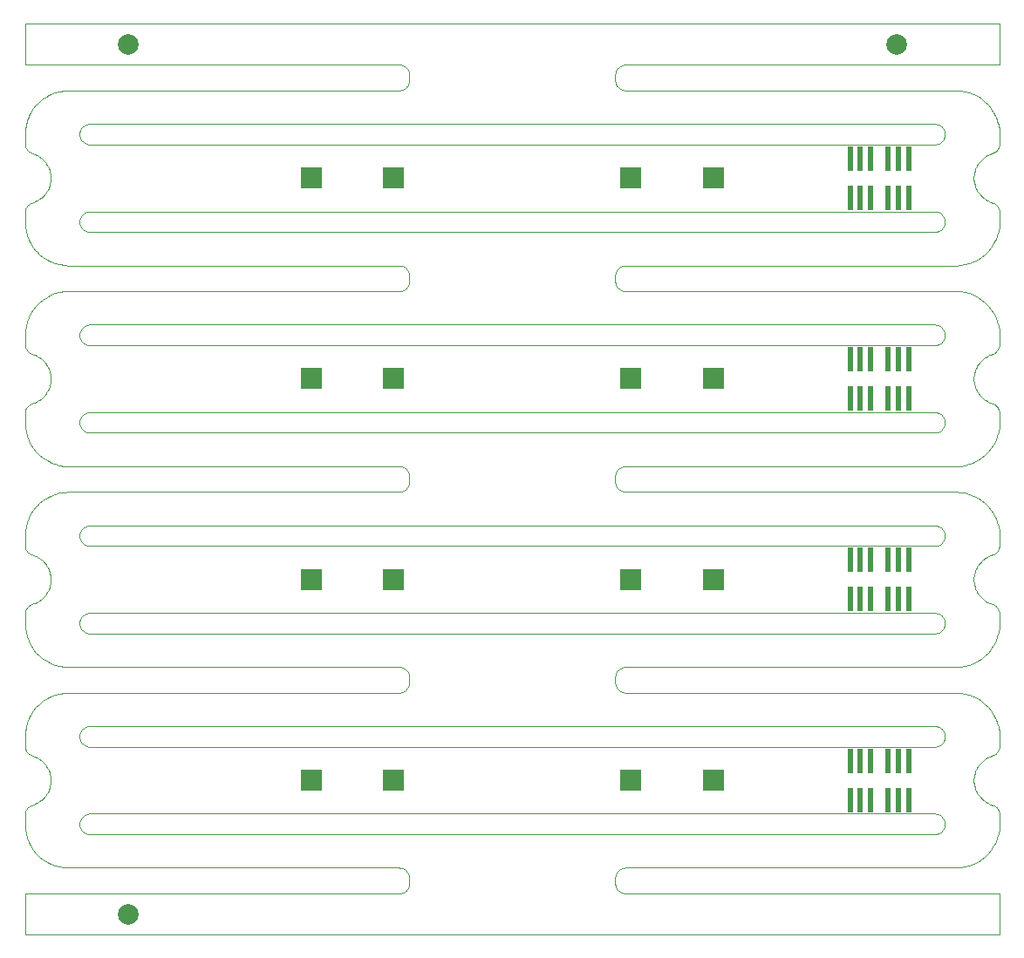
<source format=gbr>
G04 #@! TF.GenerationSoftware,KiCad,Pcbnew,5.1.5+dfsg1-2build2*
G04 #@! TF.CreationDate,2021-10-10T04:01:33+00:00*
G04 #@! TF.ProjectId,base_4.0,62617365-5f34-42e3-902e-6b696361645f,rev?*
G04 #@! TF.SameCoordinates,Original*
G04 #@! TF.FileFunction,Soldermask,Top*
G04 #@! TF.FilePolarity,Negative*
%FSLAX46Y46*%
G04 Gerber Fmt 4.6, Leading zero omitted, Abs format (unit mm)*
G04 Created by KiCad (PCBNEW 5.1.5+dfsg1-2build2) date 2021-10-10 04:01:33*
%MOMM*%
%LPD*%
G04 APERTURE LIST*
G04 #@! TA.AperFunction,Profile*
%ADD10C,0.100000*%
G04 #@! TD*
%ADD11C,2.000000*%
%ADD12R,0.560000X2.400000*%
%ADD13R,2.000000X2.000000*%
G04 APERTURE END LIST*
D10*
X138549900Y-102715900D02*
X138451100Y-102736200D01*
X138646400Y-102685700D02*
X138549900Y-102715900D01*
X138739300Y-102645900D02*
X138646400Y-102685700D01*
X138827600Y-102596800D02*
X138739300Y-102645900D01*
X138910600Y-102539100D02*
X138827600Y-102596800D01*
X138987300Y-102473300D02*
X138910600Y-102539100D01*
X139057100Y-102399800D02*
X138987300Y-102473300D01*
X139119000Y-102319900D02*
X139057100Y-102399800D01*
X139172400Y-102234100D02*
X139119000Y-102319900D01*
X139216900Y-102143400D02*
X139172400Y-102234100D01*
X139252000Y-102048600D02*
X139216900Y-102143400D01*
X139277300Y-101950700D02*
X139252000Y-102048600D01*
X139292600Y-101850800D02*
X139277300Y-101950700D01*
X139297700Y-101749900D02*
X139292600Y-101850800D01*
X139292600Y-101649200D02*
X139297700Y-101749900D01*
X139277300Y-101549300D02*
X139292600Y-101649200D01*
X139252000Y-101451500D02*
X139277300Y-101549300D01*
X139216900Y-101356700D02*
X139252000Y-101451500D01*
X139172400Y-101266000D02*
X139216900Y-101356700D01*
X139119000Y-101180200D02*
X139172400Y-101266000D01*
X139057100Y-101100300D02*
X139119000Y-101180200D01*
X138987300Y-101026800D02*
X139057100Y-101100300D01*
X138910600Y-100961000D02*
X138987300Y-101026800D01*
X138827600Y-100903300D02*
X138910600Y-100961000D01*
X138739300Y-100854200D02*
X138827600Y-100903300D01*
X138646600Y-100814500D02*
X138739300Y-100854200D01*
X138550200Y-100784200D02*
X138646600Y-100814500D01*
X138451200Y-100763800D02*
X138550200Y-100784200D01*
X138350700Y-100753600D02*
X138451200Y-100763800D01*
X138274800Y-100751000D02*
X138350700Y-100753600D01*
X56325400Y-100751000D02*
X138274800Y-100751000D01*
X56249200Y-100753600D02*
X56325400Y-100751000D01*
X56148800Y-100763800D02*
X56249200Y-100753600D01*
X56049800Y-100784200D02*
X56148800Y-100763800D01*
X55953400Y-100814500D02*
X56049800Y-100784200D01*
X55860500Y-100854300D02*
X55953400Y-100814500D01*
X55772100Y-100903400D02*
X55860500Y-100854300D01*
X55689200Y-100961100D02*
X55772100Y-100903400D01*
X55612500Y-101027000D02*
X55689200Y-100961100D01*
X55542900Y-101100300D02*
X55612500Y-101027000D01*
X55481000Y-101180200D02*
X55542900Y-101100300D01*
X55427600Y-101266000D02*
X55481000Y-101180200D01*
X55383100Y-101356700D02*
X55427600Y-101266000D01*
X55348100Y-101451200D02*
X55383100Y-101356700D01*
X55322700Y-101549100D02*
X55348100Y-101451200D01*
X55307400Y-101649000D02*
X55322700Y-101549100D01*
X55302300Y-101749900D02*
X55307400Y-101649000D01*
X55307400Y-101850800D02*
X55302300Y-101749900D01*
X55322700Y-101950700D02*
X55307400Y-101850800D01*
X55348000Y-102048600D02*
X55322700Y-101950700D01*
X55383100Y-102143400D02*
X55348000Y-102048600D01*
X55427600Y-102234100D02*
X55383100Y-102143400D01*
X55481000Y-102319900D02*
X55427600Y-102234100D01*
X55542900Y-102399800D02*
X55481000Y-102319900D01*
X55612500Y-102473100D02*
X55542900Y-102399800D01*
X55689200Y-102538900D02*
X55612500Y-102473100D01*
X55772100Y-102596700D02*
X55689200Y-102538900D01*
X55860500Y-102645700D02*
X55772100Y-102596700D01*
X55953400Y-102685600D02*
X55860500Y-102645700D01*
X56049800Y-102715900D02*
X55953400Y-102685600D01*
X56148800Y-102736200D02*
X56049800Y-102715900D01*
X56249300Y-102746500D02*
X56148800Y-102736200D01*
X56325200Y-102749000D02*
X56249300Y-102746500D01*
X138274900Y-102749000D02*
X56325200Y-102749000D01*
X138350500Y-102746500D02*
X138274900Y-102749000D01*
X138451100Y-102736200D02*
X138350500Y-102746500D01*
X138549900Y-94215900D02*
X138451100Y-94236200D01*
X138646400Y-94185700D02*
X138549900Y-94215900D01*
X138739300Y-94145900D02*
X138646400Y-94185700D01*
X138827600Y-94096800D02*
X138739300Y-94145900D01*
X138910600Y-94039100D02*
X138827600Y-94096800D01*
X138987300Y-93973300D02*
X138910600Y-94039100D01*
X139057100Y-93899800D02*
X138987300Y-93973300D01*
X139119000Y-93819900D02*
X139057100Y-93899800D01*
X139172400Y-93734100D02*
X139119000Y-93819900D01*
X139216900Y-93643400D02*
X139172400Y-93734100D01*
X139252000Y-93548600D02*
X139216900Y-93643400D01*
X139277300Y-93450700D02*
X139252000Y-93548600D01*
X139292600Y-93350800D02*
X139277300Y-93450700D01*
X139297700Y-93249900D02*
X139292600Y-93350800D01*
X139292600Y-93149200D02*
X139297700Y-93249900D01*
X139277300Y-93049300D02*
X139292600Y-93149200D01*
X139252000Y-92951500D02*
X139277300Y-93049300D01*
X139216900Y-92856700D02*
X139252000Y-92951500D01*
X139172400Y-92766000D02*
X139216900Y-92856700D01*
X139119000Y-92680200D02*
X139172400Y-92766000D01*
X139057100Y-92600300D02*
X139119000Y-92680200D01*
X138987300Y-92526800D02*
X139057100Y-92600300D01*
X138910600Y-92461000D02*
X138987300Y-92526800D01*
X138827600Y-92403300D02*
X138910600Y-92461000D01*
X138739300Y-92354200D02*
X138827600Y-92403300D01*
X138646600Y-92314500D02*
X138739300Y-92354200D01*
X138550200Y-92284200D02*
X138646600Y-92314500D01*
X138451200Y-92263800D02*
X138550200Y-92284200D01*
X138350700Y-92253600D02*
X138451200Y-92263800D01*
X138274800Y-92251000D02*
X138350700Y-92253600D01*
X56325400Y-92251000D02*
X138274800Y-92251000D01*
X56249200Y-92253600D02*
X56325400Y-92251000D01*
X56148800Y-92263800D02*
X56249200Y-92253600D01*
X56049800Y-92284200D02*
X56148800Y-92263800D01*
X55953400Y-92314500D02*
X56049800Y-92284200D01*
X55860500Y-92354300D02*
X55953400Y-92314500D01*
X55772100Y-92403400D02*
X55860500Y-92354300D01*
X55689200Y-92461100D02*
X55772100Y-92403400D01*
X55612500Y-92527000D02*
X55689200Y-92461100D01*
X55542900Y-92600300D02*
X55612500Y-92527000D01*
X55481000Y-92680200D02*
X55542900Y-92600300D01*
X55427600Y-92766000D02*
X55481000Y-92680200D01*
X55383100Y-92856700D02*
X55427600Y-92766000D01*
X55348100Y-92951200D02*
X55383100Y-92856700D01*
X55322700Y-93049100D02*
X55348100Y-92951200D01*
X55307400Y-93149000D02*
X55322700Y-93049100D01*
X55302300Y-93249900D02*
X55307400Y-93149000D01*
X55307400Y-93350800D02*
X55302300Y-93249900D01*
X55322700Y-93450700D02*
X55307400Y-93350800D01*
X55348000Y-93548600D02*
X55322700Y-93450700D01*
X55383100Y-93643400D02*
X55348000Y-93548600D01*
X55427600Y-93734100D02*
X55383100Y-93643400D01*
X55481000Y-93819900D02*
X55427600Y-93734100D01*
X55542900Y-93899800D02*
X55481000Y-93819900D01*
X55612500Y-93973100D02*
X55542900Y-93899800D01*
X55689200Y-94038900D02*
X55612500Y-93973100D01*
X55772100Y-94096700D02*
X55689200Y-94038900D01*
X55860500Y-94145700D02*
X55772100Y-94096700D01*
X55953400Y-94185600D02*
X55860500Y-94145700D01*
X56049800Y-94215900D02*
X55953400Y-94185600D01*
X56148800Y-94236200D02*
X56049800Y-94215900D01*
X56249300Y-94246500D02*
X56148800Y-94236200D01*
X56325200Y-94249000D02*
X56249300Y-94246500D01*
X138274900Y-94249000D02*
X56325200Y-94249000D01*
X138350500Y-94246500D02*
X138274900Y-94249000D01*
X138451100Y-94236200D02*
X138350500Y-94246500D01*
X138549900Y-83215900D02*
X138451000Y-83236200D01*
X138646400Y-83185700D02*
X138549900Y-83215900D01*
X138739300Y-83145800D02*
X138646400Y-83185700D01*
X138827600Y-83096800D02*
X138739300Y-83145800D01*
X138910600Y-83039100D02*
X138827600Y-83096800D01*
X138987300Y-82973300D02*
X138910600Y-83039100D01*
X139057100Y-82899800D02*
X138987300Y-82973300D01*
X139119000Y-82819900D02*
X139057100Y-82899800D01*
X139172400Y-82734100D02*
X139119000Y-82819900D01*
X139216900Y-82643300D02*
X139172400Y-82734100D01*
X139252000Y-82548600D02*
X139216900Y-82643300D01*
X139277300Y-82450700D02*
X139252000Y-82548600D01*
X139292600Y-82350800D02*
X139277300Y-82450700D01*
X139297700Y-82249900D02*
X139292600Y-82350800D01*
X139292600Y-82149200D02*
X139297700Y-82249900D01*
X139277300Y-82049300D02*
X139292600Y-82149200D01*
X139252000Y-81951500D02*
X139277300Y-82049300D01*
X139216900Y-81856700D02*
X139252000Y-81951500D01*
X139172400Y-81765900D02*
X139216900Y-81856700D01*
X139119000Y-81680200D02*
X139172400Y-81765900D01*
X139057100Y-81600200D02*
X139119000Y-81680200D01*
X138987300Y-81526800D02*
X139057100Y-81600200D01*
X138910600Y-81461000D02*
X138987300Y-81526800D01*
X138827600Y-81403200D02*
X138910600Y-81461000D01*
X138739300Y-81354200D02*
X138827600Y-81403200D01*
X138646600Y-81314500D02*
X138739300Y-81354200D01*
X138550200Y-81284200D02*
X138646600Y-81314500D01*
X138451200Y-81263800D02*
X138550200Y-81284200D01*
X138350700Y-81253600D02*
X138451200Y-81263800D01*
X138274800Y-81251000D02*
X138350700Y-81253600D01*
X56325300Y-81251000D02*
X138274800Y-81251000D01*
X56249200Y-81253600D02*
X56325300Y-81251000D01*
X56148800Y-81263800D02*
X56249200Y-81253600D01*
X56049800Y-81284200D02*
X56148800Y-81263800D01*
X55953400Y-81314500D02*
X56049800Y-81284200D01*
X55860500Y-81354300D02*
X55953400Y-81314500D01*
X55772100Y-81403400D02*
X55860500Y-81354300D01*
X55689200Y-81461100D02*
X55772100Y-81403400D01*
X55612500Y-81527000D02*
X55689200Y-81461100D01*
X55542900Y-81600200D02*
X55612500Y-81527000D01*
X55481000Y-81680200D02*
X55542900Y-81600200D01*
X55427600Y-81765900D02*
X55481000Y-81680200D01*
X55383100Y-81856700D02*
X55427600Y-81765900D01*
X55348100Y-81951200D02*
X55383100Y-81856700D01*
X55322700Y-82049000D02*
X55348100Y-81951200D01*
X55307400Y-82148900D02*
X55322700Y-82049000D01*
X55302300Y-82249900D02*
X55307400Y-82148900D01*
X55307400Y-82350800D02*
X55302300Y-82249900D01*
X55322700Y-82450700D02*
X55307400Y-82350800D01*
X55348000Y-82548600D02*
X55322700Y-82450700D01*
X55383100Y-82643300D02*
X55348000Y-82548600D01*
X55427600Y-82734100D02*
X55383100Y-82643300D01*
X55481000Y-82819900D02*
X55427600Y-82734100D01*
X55542900Y-82899800D02*
X55481000Y-82819900D01*
X55612500Y-82973100D02*
X55542900Y-82899800D01*
X55689200Y-83038900D02*
X55612500Y-82973100D01*
X55772100Y-83096700D02*
X55689200Y-83038900D01*
X55860500Y-83145700D02*
X55772100Y-83096700D01*
X55953400Y-83185600D02*
X55860500Y-83145700D01*
X56049800Y-83215800D02*
X55953400Y-83185600D01*
X56148800Y-83236200D02*
X56049800Y-83215800D01*
X56249300Y-83246400D02*
X56148800Y-83236200D01*
X56325200Y-83249000D02*
X56249300Y-83246400D01*
X138274800Y-83249000D02*
X56325200Y-83249000D01*
X138350600Y-83246400D02*
X138274800Y-83249000D01*
X138451000Y-83236200D02*
X138350600Y-83246400D01*
X138549900Y-74715900D02*
X138451000Y-74736200D01*
X138646400Y-74685700D02*
X138549900Y-74715900D01*
X138739300Y-74645800D02*
X138646400Y-74685700D01*
X138827600Y-74596800D02*
X138739300Y-74645800D01*
X138910600Y-74539100D02*
X138827600Y-74596800D01*
X138987300Y-74473300D02*
X138910600Y-74539100D01*
X139057100Y-74399800D02*
X138987300Y-74473300D01*
X139119000Y-74319900D02*
X139057100Y-74399800D01*
X139172400Y-74234100D02*
X139119000Y-74319900D01*
X139216900Y-74143300D02*
X139172400Y-74234100D01*
X139252000Y-74048600D02*
X139216900Y-74143300D01*
X139277300Y-73950700D02*
X139252000Y-74048600D01*
X139292600Y-73850800D02*
X139277300Y-73950700D01*
X139297700Y-73749900D02*
X139292600Y-73850800D01*
X139292600Y-73649200D02*
X139297700Y-73749900D01*
X139277300Y-73549300D02*
X139292600Y-73649200D01*
X139252000Y-73451500D02*
X139277300Y-73549300D01*
X139216900Y-73356700D02*
X139252000Y-73451500D01*
X139172400Y-73265900D02*
X139216900Y-73356700D01*
X139119000Y-73180200D02*
X139172400Y-73265900D01*
X139057100Y-73100200D02*
X139119000Y-73180200D01*
X138987300Y-73026800D02*
X139057100Y-73100200D01*
X138910600Y-72961000D02*
X138987300Y-73026800D01*
X138827600Y-72903200D02*
X138910600Y-72961000D01*
X138739300Y-72854200D02*
X138827600Y-72903200D01*
X138646600Y-72814500D02*
X138739300Y-72854200D01*
X138550200Y-72784200D02*
X138646600Y-72814500D01*
X138451200Y-72763800D02*
X138550200Y-72784200D01*
X138350700Y-72753600D02*
X138451200Y-72763800D01*
X138274800Y-72751000D02*
X138350700Y-72753600D01*
X56325300Y-72751000D02*
X138274800Y-72751000D01*
X56249200Y-72753600D02*
X56325300Y-72751000D01*
X56148800Y-72763800D02*
X56249200Y-72753600D01*
X56049800Y-72784200D02*
X56148800Y-72763800D01*
X55953400Y-72814500D02*
X56049800Y-72784200D01*
X55860500Y-72854300D02*
X55953400Y-72814500D01*
X55772100Y-72903400D02*
X55860500Y-72854300D01*
X55689200Y-72961100D02*
X55772100Y-72903400D01*
X55612500Y-73027000D02*
X55689200Y-72961100D01*
X55542900Y-73100200D02*
X55612500Y-73027000D01*
X55481000Y-73180200D02*
X55542900Y-73100200D01*
X55427600Y-73265900D02*
X55481000Y-73180200D01*
X55383100Y-73356700D02*
X55427600Y-73265900D01*
X55348100Y-73451200D02*
X55383100Y-73356700D01*
X55322700Y-73549000D02*
X55348100Y-73451200D01*
X55307400Y-73648900D02*
X55322700Y-73549000D01*
X55302300Y-73749900D02*
X55307400Y-73648900D01*
X55307400Y-73850800D02*
X55302300Y-73749900D01*
X55322700Y-73950700D02*
X55307400Y-73850800D01*
X55348000Y-74048600D02*
X55322700Y-73950700D01*
X55383100Y-74143300D02*
X55348000Y-74048600D01*
X55427600Y-74234100D02*
X55383100Y-74143300D01*
X55481000Y-74319900D02*
X55427600Y-74234100D01*
X55542900Y-74399800D02*
X55481000Y-74319900D01*
X55612500Y-74473100D02*
X55542900Y-74399800D01*
X55689200Y-74538900D02*
X55612500Y-74473100D01*
X55772100Y-74596700D02*
X55689200Y-74538900D01*
X55860500Y-74645700D02*
X55772100Y-74596700D01*
X55953400Y-74685600D02*
X55860500Y-74645700D01*
X56049800Y-74715800D02*
X55953400Y-74685600D01*
X56148800Y-74736200D02*
X56049800Y-74715800D01*
X56249300Y-74746400D02*
X56148800Y-74736200D01*
X56325200Y-74749000D02*
X56249300Y-74746400D01*
X138274800Y-74749000D02*
X56325200Y-74749000D01*
X138350600Y-74746400D02*
X138274800Y-74749000D01*
X138451000Y-74736200D02*
X138350600Y-74746400D01*
X138549900Y-63715900D02*
X138451000Y-63736200D01*
X138646400Y-63685700D02*
X138549900Y-63715900D01*
X138739300Y-63645800D02*
X138646400Y-63685700D01*
X138827600Y-63596800D02*
X138739300Y-63645800D01*
X138910600Y-63539100D02*
X138827600Y-63596800D01*
X138987300Y-63473200D02*
X138910600Y-63539100D01*
X139057100Y-63399800D02*
X138987300Y-63473200D01*
X139118800Y-63320100D02*
X139057100Y-63399800D01*
X139172300Y-63234300D02*
X139118800Y-63320100D01*
X139216800Y-63143600D02*
X139172300Y-63234300D01*
X139251900Y-63048800D02*
X139216800Y-63143600D01*
X139277300Y-62951000D02*
X139251900Y-63048800D01*
X139292600Y-62851100D02*
X139277300Y-62951000D01*
X139297700Y-62750100D02*
X139292600Y-62851100D01*
X139292600Y-62649200D02*
X139297700Y-62750100D01*
X139277300Y-62549300D02*
X139292600Y-62649200D01*
X139252000Y-62451500D02*
X139277300Y-62549300D01*
X139216800Y-62356400D02*
X139252000Y-62451500D01*
X139172300Y-62265700D02*
X139216800Y-62356400D01*
X139118800Y-62179900D02*
X139172300Y-62265700D01*
X139056900Y-62100000D02*
X139118800Y-62179900D01*
X138987300Y-62026800D02*
X139056900Y-62100000D01*
X138910600Y-61960900D02*
X138987300Y-62026800D01*
X138827600Y-61903200D02*
X138910600Y-61960900D01*
X138739500Y-61854300D02*
X138827600Y-61903200D01*
X138646600Y-61814400D02*
X138739500Y-61854300D01*
X138550200Y-61784200D02*
X138646600Y-61814400D01*
X138451200Y-61763800D02*
X138550200Y-61784200D01*
X138350700Y-61753600D02*
X138451200Y-61763800D01*
X138274800Y-61751000D02*
X138350700Y-61753600D01*
X56325200Y-61751000D02*
X138274800Y-61751000D01*
X56249300Y-61753600D02*
X56325200Y-61751000D01*
X56148800Y-61763800D02*
X56249300Y-61753600D01*
X56049800Y-61784200D02*
X56148800Y-61763800D01*
X55953400Y-61814400D02*
X56049800Y-61784200D01*
X55860500Y-61854300D02*
X55953400Y-61814400D01*
X55772100Y-61903400D02*
X55860500Y-61854300D01*
X55689200Y-61961100D02*
X55772100Y-61903400D01*
X55612500Y-62027000D02*
X55689200Y-61961100D01*
X55542900Y-62100200D02*
X55612500Y-62027000D01*
X55481000Y-62180200D02*
X55542900Y-62100200D01*
X55427600Y-62265900D02*
X55481000Y-62180200D01*
X55383100Y-62356700D02*
X55427600Y-62265900D01*
X55348000Y-62451500D02*
X55383100Y-62356700D01*
X55322700Y-62549000D02*
X55348000Y-62451500D01*
X55307400Y-62648900D02*
X55322700Y-62549000D01*
X55302300Y-62749900D02*
X55307400Y-62648900D01*
X55307400Y-62850800D02*
X55302300Y-62749900D01*
X55322700Y-62950700D02*
X55307400Y-62850800D01*
X55348000Y-63048500D02*
X55322700Y-62950700D01*
X55383100Y-63143300D02*
X55348000Y-63048500D01*
X55427600Y-63234100D02*
X55383100Y-63143300D01*
X55481000Y-63319900D02*
X55427600Y-63234100D01*
X55542900Y-63399800D02*
X55481000Y-63319900D01*
X55612500Y-63473000D02*
X55542900Y-63399800D01*
X55689200Y-63538900D02*
X55612500Y-63473000D01*
X55772100Y-63596600D02*
X55689200Y-63538900D01*
X55860500Y-63645700D02*
X55772100Y-63596600D01*
X55953400Y-63685600D02*
X55860500Y-63645700D01*
X56049800Y-63715800D02*
X55953400Y-63685600D01*
X56148800Y-63736200D02*
X56049800Y-63715800D01*
X56249300Y-63746400D02*
X56148800Y-63736200D01*
X56325200Y-63749000D02*
X56249300Y-63746400D01*
X138274800Y-63749000D02*
X56325200Y-63749000D01*
X138350700Y-63746400D02*
X138274800Y-63749000D01*
X138451000Y-63736200D02*
X138350700Y-63746400D01*
X138549900Y-55215900D02*
X138451000Y-55236200D01*
X138646400Y-55185700D02*
X138549900Y-55215900D01*
X138739300Y-55145800D02*
X138646400Y-55185700D01*
X138827600Y-55096800D02*
X138739300Y-55145800D01*
X138910600Y-55039100D02*
X138827600Y-55096800D01*
X138987300Y-54973200D02*
X138910600Y-55039100D01*
X139057100Y-54899800D02*
X138987300Y-54973200D01*
X139118800Y-54820100D02*
X139057100Y-54899800D01*
X139172300Y-54734300D02*
X139118800Y-54820100D01*
X139216800Y-54643600D02*
X139172300Y-54734300D01*
X139251900Y-54548800D02*
X139216800Y-54643600D01*
X139277300Y-54451000D02*
X139251900Y-54548800D01*
X139292600Y-54351100D02*
X139277300Y-54451000D01*
X139297700Y-54250100D02*
X139292600Y-54351100D01*
X139292600Y-54149200D02*
X139297700Y-54250100D01*
X139277300Y-54049300D02*
X139292600Y-54149200D01*
X139252000Y-53951500D02*
X139277300Y-54049300D01*
X139216800Y-53856400D02*
X139252000Y-53951500D01*
X139172300Y-53765700D02*
X139216800Y-53856400D01*
X139118800Y-53679900D02*
X139172300Y-53765700D01*
X139056900Y-53600000D02*
X139118800Y-53679900D01*
X138987300Y-53526800D02*
X139056900Y-53600000D01*
X138910600Y-53460900D02*
X138987300Y-53526800D01*
X138827600Y-53403200D02*
X138910600Y-53460900D01*
X138739500Y-53354300D02*
X138827600Y-53403200D01*
X138646600Y-53314400D02*
X138739500Y-53354300D01*
X138550200Y-53284200D02*
X138646600Y-53314400D01*
X138451200Y-53263800D02*
X138550200Y-53284200D01*
X138350700Y-53253600D02*
X138451200Y-53263800D01*
X138274800Y-53251000D02*
X138350700Y-53253600D01*
X56325200Y-53251000D02*
X138274800Y-53251000D01*
X56249300Y-53253600D02*
X56325200Y-53251000D01*
X56148800Y-53263800D02*
X56249300Y-53253600D01*
X56049800Y-53284200D02*
X56148800Y-53263800D01*
X55953400Y-53314400D02*
X56049800Y-53284200D01*
X55860500Y-53354300D02*
X55953400Y-53314400D01*
X55772100Y-53403400D02*
X55860500Y-53354300D01*
X55689200Y-53461100D02*
X55772100Y-53403400D01*
X55612500Y-53527000D02*
X55689200Y-53461100D01*
X55542900Y-53600200D02*
X55612500Y-53527000D01*
X55481000Y-53680200D02*
X55542900Y-53600200D01*
X55427600Y-53765900D02*
X55481000Y-53680200D01*
X55383100Y-53856700D02*
X55427600Y-53765900D01*
X55348000Y-53951500D02*
X55383100Y-53856700D01*
X55322700Y-54049000D02*
X55348000Y-53951500D01*
X55307400Y-54148900D02*
X55322700Y-54049000D01*
X55302300Y-54249900D02*
X55307400Y-54148900D01*
X55307400Y-54350800D02*
X55302300Y-54249900D01*
X55322700Y-54450700D02*
X55307400Y-54350800D01*
X55348000Y-54548500D02*
X55322700Y-54450700D01*
X55383100Y-54643300D02*
X55348000Y-54548500D01*
X55427600Y-54734100D02*
X55383100Y-54643300D01*
X55481000Y-54819900D02*
X55427600Y-54734100D01*
X55542900Y-54899800D02*
X55481000Y-54819900D01*
X55612500Y-54973000D02*
X55542900Y-54899800D01*
X55689200Y-55038900D02*
X55612500Y-54973000D01*
X55772100Y-55096600D02*
X55689200Y-55038900D01*
X55860500Y-55145700D02*
X55772100Y-55096600D01*
X55953400Y-55185600D02*
X55860500Y-55145700D01*
X56049800Y-55215800D02*
X55953400Y-55185600D01*
X56148800Y-55236200D02*
X56049800Y-55215800D01*
X56249300Y-55246400D02*
X56148800Y-55236200D01*
X56325200Y-55249000D02*
X56249300Y-55246400D01*
X138274800Y-55249000D02*
X56325200Y-55249000D01*
X138350700Y-55246400D02*
X138274800Y-55249000D01*
X138451000Y-55236200D02*
X138350700Y-55246400D01*
X138550200Y-122215900D02*
X138450700Y-122236300D01*
X138646600Y-122185600D02*
X138550200Y-122215900D01*
X138739500Y-122145700D02*
X138646600Y-122185600D01*
X138827900Y-122096700D02*
X138739500Y-122145700D01*
X138910800Y-122038900D02*
X138827900Y-122096700D01*
X138987500Y-121973100D02*
X138910800Y-122038900D01*
X139057100Y-121899800D02*
X138987500Y-121973100D01*
X139119000Y-121819900D02*
X139057100Y-121899800D01*
X139172400Y-121734100D02*
X139119000Y-121819900D01*
X139216900Y-121643400D02*
X139172400Y-121734100D01*
X139252000Y-121548600D02*
X139216900Y-121643400D01*
X139277300Y-121450800D02*
X139252000Y-121548600D01*
X139292600Y-121350900D02*
X139277300Y-121450800D01*
X139297700Y-121249900D02*
X139292600Y-121350900D01*
X139292600Y-121149300D02*
X139297700Y-121249900D01*
X139277300Y-121049300D02*
X139292600Y-121149300D01*
X139252000Y-120951500D02*
X139277300Y-121049300D01*
X139216900Y-120856700D02*
X139252000Y-120951500D01*
X139172400Y-120766000D02*
X139216900Y-120856700D01*
X139119000Y-120680200D02*
X139172400Y-120766000D01*
X139057100Y-120600300D02*
X139119000Y-120680200D01*
X138987300Y-120526800D02*
X139057100Y-120600300D01*
X138910600Y-120461000D02*
X138987300Y-120526800D01*
X138827600Y-120403300D02*
X138910600Y-120461000D01*
X138739300Y-120354200D02*
X138827600Y-120403300D01*
X138646600Y-120314500D02*
X138739300Y-120354200D01*
X138550200Y-120284200D02*
X138646600Y-120314500D01*
X138451200Y-120263900D02*
X138550200Y-120284200D01*
X138350700Y-120253600D02*
X138451200Y-120263900D01*
X138274800Y-120251100D02*
X138350700Y-120253600D01*
X56325000Y-120251100D02*
X138274800Y-120251100D01*
X56249600Y-120253600D02*
X56325000Y-120251100D01*
X56148800Y-120263900D02*
X56249600Y-120253600D01*
X56049800Y-120284200D02*
X56148800Y-120263900D01*
X55953400Y-120314500D02*
X56049800Y-120284200D01*
X55860500Y-120354400D02*
X55953400Y-120314500D01*
X55772100Y-120403400D02*
X55860500Y-120354400D01*
X55689200Y-120461200D02*
X55772100Y-120403400D01*
X55612500Y-120527000D02*
X55689200Y-120461200D01*
X55542900Y-120600300D02*
X55612500Y-120527000D01*
X55481000Y-120680200D02*
X55542900Y-120600300D01*
X55427600Y-120766000D02*
X55481000Y-120680200D01*
X55383100Y-120856700D02*
X55427600Y-120766000D01*
X55348100Y-120951200D02*
X55383100Y-120856700D01*
X55322700Y-121049100D02*
X55348100Y-120951200D01*
X55307400Y-121149000D02*
X55322700Y-121049100D01*
X55302300Y-121249900D02*
X55307400Y-121149000D01*
X55307400Y-121350900D02*
X55302300Y-121249900D01*
X55322700Y-121450800D02*
X55307400Y-121350900D01*
X55348000Y-121548600D02*
X55322700Y-121450800D01*
X55383100Y-121643400D02*
X55348000Y-121548600D01*
X55427600Y-121734100D02*
X55383100Y-121643400D01*
X55481000Y-121819900D02*
X55427600Y-121734100D01*
X55542900Y-121899800D02*
X55481000Y-121819900D01*
X55612500Y-121973100D02*
X55542900Y-121899800D01*
X55689200Y-122038900D02*
X55612500Y-121973100D01*
X55772100Y-122096700D02*
X55689200Y-122038900D01*
X55860500Y-122145700D02*
X55772100Y-122096700D01*
X55953400Y-122185600D02*
X55860500Y-122145700D01*
X56049800Y-122215900D02*
X55953400Y-122185600D01*
X56148800Y-122236200D02*
X56049800Y-122215900D01*
X56249300Y-122246500D02*
X56148800Y-122236200D01*
X56325200Y-122249100D02*
X56249300Y-122246500D01*
X138274500Y-122249100D02*
X56325200Y-122249100D01*
X138350900Y-122246500D02*
X138274500Y-122249100D01*
X138450700Y-122236300D02*
X138350900Y-122246500D01*
X138550200Y-113715900D02*
X138450700Y-113736300D01*
X138646600Y-113685600D02*
X138550200Y-113715900D01*
X138739500Y-113645700D02*
X138646600Y-113685600D01*
X138827900Y-113596700D02*
X138739500Y-113645700D01*
X138910800Y-113538900D02*
X138827900Y-113596700D01*
X138987500Y-113473100D02*
X138910800Y-113538900D01*
X139057100Y-113399800D02*
X138987500Y-113473100D01*
X139119000Y-113319900D02*
X139057100Y-113399800D01*
X139172400Y-113234100D02*
X139119000Y-113319900D01*
X139216900Y-113143400D02*
X139172400Y-113234100D01*
X139252000Y-113048600D02*
X139216900Y-113143400D01*
X139277300Y-112950800D02*
X139252000Y-113048600D01*
X139292600Y-112850900D02*
X139277300Y-112950800D01*
X139297700Y-112749900D02*
X139292600Y-112850900D01*
X139292600Y-112649300D02*
X139297700Y-112749900D01*
X139277300Y-112549300D02*
X139292600Y-112649300D01*
X139252000Y-112451500D02*
X139277300Y-112549300D01*
X139216900Y-112356700D02*
X139252000Y-112451500D01*
X139172400Y-112266000D02*
X139216900Y-112356700D01*
X139119000Y-112180200D02*
X139172400Y-112266000D01*
X139057100Y-112100300D02*
X139119000Y-112180200D01*
X138987300Y-112026800D02*
X139057100Y-112100300D01*
X138910600Y-111961000D02*
X138987300Y-112026800D01*
X138827600Y-111903300D02*
X138910600Y-111961000D01*
X138739300Y-111854200D02*
X138827600Y-111903300D01*
X138646600Y-111814500D02*
X138739300Y-111854200D01*
X138550200Y-111784200D02*
X138646600Y-111814500D01*
X138451200Y-111763900D02*
X138550200Y-111784200D01*
X138350700Y-111753600D02*
X138451200Y-111763900D01*
X138274800Y-111751100D02*
X138350700Y-111753600D01*
X56325000Y-111751100D02*
X138274800Y-111751100D01*
X56249600Y-111753600D02*
X56325000Y-111751100D01*
X56148800Y-111763900D02*
X56249600Y-111753600D01*
X56049800Y-111784200D02*
X56148800Y-111763900D01*
X55953400Y-111814500D02*
X56049800Y-111784200D01*
X55860500Y-111854400D02*
X55953400Y-111814500D01*
X55772100Y-111903400D02*
X55860500Y-111854400D01*
X55689200Y-111961200D02*
X55772100Y-111903400D01*
X55612500Y-112027000D02*
X55689200Y-111961200D01*
X55542900Y-112100300D02*
X55612500Y-112027000D01*
X55481000Y-112180200D02*
X55542900Y-112100300D01*
X55427600Y-112266000D02*
X55481000Y-112180200D01*
X55383100Y-112356700D02*
X55427600Y-112266000D01*
X55348100Y-112451200D02*
X55383100Y-112356700D01*
X55322700Y-112549100D02*
X55348100Y-112451200D01*
X55307400Y-112649000D02*
X55322700Y-112549100D01*
X55302300Y-112749900D02*
X55307400Y-112649000D01*
X55307400Y-112850900D02*
X55302300Y-112749900D01*
X55322700Y-112950800D02*
X55307400Y-112850900D01*
X55348000Y-113048600D02*
X55322700Y-112950800D01*
X55383100Y-113143400D02*
X55348000Y-113048600D01*
X55427600Y-113234100D02*
X55383100Y-113143400D01*
X55481000Y-113319900D02*
X55427600Y-113234100D01*
X55542900Y-113399800D02*
X55481000Y-113319900D01*
X55612500Y-113473100D02*
X55542900Y-113399800D01*
X55689200Y-113538900D02*
X55612500Y-113473100D01*
X55772100Y-113596700D02*
X55689200Y-113538900D01*
X55860500Y-113645700D02*
X55772100Y-113596700D01*
X55953400Y-113685600D02*
X55860500Y-113645700D01*
X56049800Y-113715900D02*
X55953400Y-113685600D01*
X56148800Y-113736200D02*
X56049800Y-113715900D01*
X56249300Y-113746500D02*
X56148800Y-113736200D01*
X56325200Y-113749100D02*
X56249300Y-113746500D01*
X138274500Y-113749100D02*
X56325200Y-113749100D01*
X138350900Y-113746500D02*
X138274500Y-113749100D01*
X138450700Y-113736300D02*
X138350900Y-113746500D01*
X144576500Y-43499000D02*
X50009200Y-43499700D01*
X144591800Y-43499800D02*
X144576500Y-43499000D01*
X144597000Y-43502300D02*
X144591800Y-43499800D01*
X144600200Y-43508200D02*
X144597000Y-43502300D01*
X144601000Y-43523500D02*
X144600200Y-43508200D01*
X144601000Y-47475500D02*
X144601000Y-43523500D01*
X144599700Y-47492700D02*
X144601000Y-47475500D01*
X144597000Y-47496700D02*
X144599700Y-47492700D01*
X144591800Y-47499200D02*
X144597000Y-47496700D01*
X108291300Y-47500000D02*
X144591800Y-47499200D01*
X108194000Y-47504800D02*
X108291300Y-47500000D01*
X108097900Y-47519000D02*
X108194000Y-47504800D01*
X108003600Y-47542600D02*
X108097900Y-47519000D01*
X107912200Y-47575400D02*
X108003600Y-47542600D01*
X107824300Y-47616900D02*
X107912200Y-47575400D01*
X107741000Y-47666900D02*
X107824300Y-47616900D01*
X107663000Y-47724700D02*
X107741000Y-47666900D01*
X107591000Y-47790000D02*
X107663000Y-47724700D01*
X107525700Y-47862000D02*
X107591000Y-47790000D01*
X107467900Y-47940000D02*
X107525700Y-47862000D01*
X107417900Y-48023300D02*
X107467900Y-47940000D01*
X107376400Y-48111100D02*
X107417900Y-48023300D01*
X107343700Y-48202600D02*
X107376400Y-48111100D01*
X107320000Y-48296900D02*
X107343700Y-48202600D01*
X107305800Y-48393000D02*
X107320000Y-48296900D01*
X107301000Y-48490200D02*
X107305800Y-48393000D01*
X107301000Y-49008800D02*
X107301000Y-48490200D01*
X107305800Y-49106000D02*
X107301000Y-49008800D01*
X107320000Y-49202100D02*
X107305800Y-49106000D01*
X107343700Y-49296400D02*
X107320000Y-49202100D01*
X107376400Y-49387900D02*
X107343700Y-49296400D01*
X107417900Y-49475700D02*
X107376400Y-49387900D01*
X107467900Y-49559000D02*
X107417900Y-49475700D01*
X107525700Y-49637000D02*
X107467900Y-49559000D01*
X107591000Y-49709000D02*
X107525700Y-49637000D01*
X107663000Y-49774300D02*
X107591000Y-49709000D01*
X107741000Y-49832100D02*
X107663000Y-49774300D01*
X107824300Y-49882100D02*
X107741000Y-49832100D01*
X107912200Y-49923600D02*
X107824300Y-49882100D01*
X108003600Y-49956400D02*
X107912200Y-49923600D01*
X108097900Y-49980000D02*
X108003600Y-49956400D01*
X108194000Y-49994200D02*
X108097900Y-49980000D01*
X108291300Y-49999000D02*
X108194000Y-49994200D01*
X140343400Y-49999000D02*
X108291300Y-49999000D01*
X140794600Y-50022700D02*
X140343400Y-49999000D01*
X141220800Y-50089800D02*
X140794600Y-50022700D01*
X141246500Y-50095300D02*
X141220800Y-50089800D01*
X141663300Y-50207300D02*
X141246500Y-50095300D01*
X142066700Y-50361800D02*
X141663300Y-50207300D01*
X142090700Y-50372500D02*
X142066700Y-50361800D01*
X142475100Y-50568700D02*
X142090700Y-50372500D01*
X142848300Y-50811000D02*
X142475100Y-50568700D01*
X143194500Y-51091300D02*
X142848300Y-50811000D01*
X143499800Y-51396200D02*
X143194500Y-51091300D01*
X143517400Y-51415700D02*
X143499800Y-51396200D01*
X143780800Y-51741100D02*
X143517400Y-51415700D01*
X143796300Y-51762300D02*
X143780800Y-51741100D01*
X144031100Y-52124500D02*
X143796300Y-51762300D01*
X144227500Y-52509200D02*
X144031100Y-52124500D01*
X144238200Y-52533200D02*
X144227500Y-52509200D01*
X144388200Y-52924100D02*
X144238200Y-52533200D01*
X144396300Y-52949100D02*
X144388200Y-52924100D01*
X144507800Y-53366500D02*
X144396300Y-52949100D01*
X144577300Y-53805500D02*
X144507800Y-53366500D01*
X144600900Y-54250100D02*
X144577300Y-53805500D01*
X144600900Y-55145800D02*
X144600900Y-54250100D01*
X144595900Y-55244100D02*
X144600900Y-55145800D01*
X144583400Y-55329600D02*
X144595900Y-55244100D01*
X144578600Y-55353900D02*
X144583400Y-55329600D01*
X144553400Y-55449200D02*
X144578600Y-55353900D01*
X144524000Y-55530000D02*
X144553400Y-55449200D01*
X144487300Y-55608200D02*
X144524000Y-55530000D01*
X144475600Y-55630000D02*
X144487300Y-55608200D01*
X144430700Y-55703900D02*
X144475600Y-55630000D01*
X144372100Y-55782500D02*
X144430700Y-55703900D01*
X144314100Y-55846600D02*
X144372100Y-55782500D01*
X144296500Y-55864100D02*
X144314100Y-55846600D01*
X144232100Y-55921700D02*
X144296500Y-55864100D01*
X144152700Y-55980100D02*
X144232100Y-55921700D01*
X144057300Y-56035700D02*
X144152700Y-55980100D01*
X143978600Y-56072200D02*
X144057300Y-56035700D01*
X143700100Y-56170700D02*
X143978600Y-56072200D01*
X143609400Y-56207800D02*
X143700100Y-56170700D01*
X143475300Y-56270600D02*
X143609400Y-56207800D01*
X143388700Y-56316400D02*
X143475300Y-56270600D01*
X143261400Y-56392000D02*
X143388700Y-56316400D01*
X143179800Y-56446200D02*
X143261400Y-56392000D01*
X143060600Y-56533900D02*
X143179800Y-56446200D01*
X142984600Y-56595900D02*
X143060600Y-56533900D01*
X142874600Y-56694900D02*
X142984600Y-56595900D01*
X142805100Y-56764000D02*
X142874600Y-56694900D01*
X142705400Y-56873400D02*
X142805100Y-56764000D01*
X142643000Y-56949000D02*
X142705400Y-56873400D01*
X142554500Y-57067700D02*
X142643000Y-56949000D01*
X142499900Y-57149100D02*
X142554500Y-57067700D01*
X142423600Y-57275900D02*
X142499900Y-57149100D01*
X142377200Y-57362300D02*
X142423600Y-57275900D01*
X142313700Y-57496000D02*
X142377200Y-57362300D01*
X142276000Y-57586500D02*
X142313700Y-57496000D01*
X142226000Y-57725800D02*
X142276000Y-57586500D01*
X142197400Y-57819500D02*
X142226000Y-57725800D01*
X142161300Y-57963100D02*
X142197400Y-57819500D01*
X142142200Y-58059200D02*
X142161300Y-57963100D01*
X142120400Y-58205600D02*
X142142200Y-58059200D01*
X142110700Y-58303100D02*
X142120400Y-58205600D01*
X142103400Y-58451000D02*
X142110700Y-58303100D01*
X142103400Y-58549000D02*
X142103400Y-58451000D01*
X142110700Y-58696900D02*
X142103400Y-58549000D01*
X142120400Y-58794400D02*
X142110700Y-58696900D01*
X142142200Y-58940800D02*
X142120400Y-58794400D01*
X142161300Y-59036900D02*
X142142200Y-58940800D01*
X142197400Y-59180500D02*
X142161300Y-59036900D01*
X142226000Y-59274200D02*
X142197400Y-59180500D01*
X142276000Y-59413500D02*
X142226000Y-59274200D01*
X142313700Y-59504000D02*
X142276000Y-59413500D01*
X142377200Y-59637700D02*
X142313700Y-59504000D01*
X142423600Y-59724100D02*
X142377200Y-59637700D01*
X142499900Y-59850900D02*
X142423600Y-59724100D01*
X142554500Y-59932300D02*
X142499900Y-59850900D01*
X142643000Y-60051000D02*
X142554500Y-59932300D01*
X142705400Y-60126600D02*
X142643000Y-60051000D01*
X142805100Y-60236000D02*
X142705400Y-60126600D01*
X142874600Y-60305100D02*
X142805100Y-60236000D01*
X142984600Y-60404100D02*
X142874600Y-60305100D01*
X143060600Y-60466100D02*
X142984600Y-60404100D01*
X143179800Y-60553800D02*
X143060600Y-60466100D01*
X143261500Y-60608000D02*
X143179800Y-60553800D01*
X143388700Y-60683600D02*
X143261500Y-60608000D01*
X143475300Y-60729500D02*
X143388700Y-60683600D01*
X143609400Y-60792200D02*
X143475300Y-60729500D01*
X143700100Y-60829300D02*
X143609400Y-60792200D01*
X143979100Y-60928000D02*
X143700100Y-60829300D01*
X144068400Y-60969800D02*
X143979100Y-60928000D01*
X144162800Y-61027000D02*
X144068400Y-60969800D01*
X144241700Y-61086500D02*
X144162800Y-61027000D01*
X144305400Y-61144300D02*
X144241700Y-61086500D01*
X144363800Y-61207900D02*
X144305400Y-61144300D01*
X144379500Y-61227000D02*
X144363800Y-61207900D01*
X144430700Y-61296100D02*
X144379500Y-61227000D01*
X144481800Y-61381000D02*
X144430700Y-61296100D01*
X144524100Y-61470000D02*
X144481800Y-61381000D01*
X144557400Y-61562800D02*
X144524100Y-61470000D01*
X144581400Y-61658400D02*
X144557400Y-61562800D01*
X144594300Y-61743400D02*
X144581400Y-61658400D01*
X144596800Y-61768000D02*
X144594300Y-61743400D01*
X144601000Y-61860300D02*
X144596800Y-61768000D01*
X144600900Y-62749900D02*
X144601000Y-61860300D01*
X144578400Y-63181200D02*
X144600900Y-62749900D01*
X144575700Y-63207300D02*
X144578400Y-63181200D01*
X144510200Y-63620800D02*
X144575700Y-63207300D01*
X144504700Y-63646500D02*
X144510200Y-63620800D01*
X144392700Y-64063300D02*
X144504700Y-63646500D01*
X144238200Y-64466700D02*
X144392700Y-64063300D01*
X144227500Y-64490700D02*
X144238200Y-64466700D01*
X144031300Y-64875100D02*
X144227500Y-64490700D01*
X143788700Y-65248700D02*
X144031300Y-64875100D01*
X143517400Y-65584200D02*
X143788700Y-65248700D01*
X143499800Y-65603800D02*
X143517400Y-65584200D01*
X143194400Y-65908700D02*
X143499800Y-65603800D01*
X142858900Y-66180800D02*
X143194400Y-65908700D01*
X142837700Y-66196300D02*
X142858900Y-66180800D01*
X142475500Y-66431100D02*
X142837700Y-66196300D01*
X142078600Y-66633300D02*
X142475500Y-66431100D01*
X141663300Y-66792700D02*
X142078600Y-66633300D01*
X141233500Y-66907800D02*
X141663300Y-66792700D01*
X140794000Y-66977400D02*
X141233500Y-66907800D01*
X140343600Y-67001000D02*
X140794000Y-66977400D01*
X108291300Y-67001000D02*
X140343600Y-67001000D01*
X108194000Y-67005800D02*
X108291300Y-67001000D01*
X108097900Y-67020000D02*
X108194000Y-67005800D01*
X108003600Y-67043600D02*
X108097900Y-67020000D01*
X107912200Y-67076400D02*
X108003600Y-67043600D01*
X107824300Y-67117900D02*
X107912200Y-67076400D01*
X107741000Y-67167900D02*
X107824300Y-67117900D01*
X107663000Y-67225700D02*
X107741000Y-67167900D01*
X107591000Y-67291000D02*
X107663000Y-67225700D01*
X107525700Y-67363000D02*
X107591000Y-67291000D01*
X107467900Y-67441000D02*
X107525700Y-67363000D01*
X107417900Y-67524300D02*
X107467900Y-67441000D01*
X107376400Y-67612100D02*
X107417900Y-67524300D01*
X107343700Y-67703600D02*
X107376400Y-67612100D01*
X107320000Y-67797900D02*
X107343700Y-67703600D01*
X107305800Y-67894000D02*
X107320000Y-67797900D01*
X107301000Y-67991200D02*
X107305800Y-67894000D01*
X107301000Y-68508800D02*
X107301000Y-67991200D01*
X107305800Y-68606000D02*
X107301000Y-68508800D01*
X107320000Y-68702100D02*
X107305800Y-68606000D01*
X107343700Y-68796400D02*
X107320000Y-68702100D01*
X107376400Y-68887900D02*
X107343700Y-68796400D01*
X107417900Y-68975700D02*
X107376400Y-68887900D01*
X107467900Y-69059000D02*
X107417900Y-68975700D01*
X107525700Y-69137000D02*
X107467900Y-69059000D01*
X107591000Y-69209000D02*
X107525700Y-69137000D01*
X107663000Y-69274300D02*
X107591000Y-69209000D01*
X107741000Y-69332200D02*
X107663000Y-69274300D01*
X107824300Y-69382100D02*
X107741000Y-69332200D01*
X107912200Y-69423600D02*
X107824300Y-69382100D01*
X108003600Y-69456400D02*
X107912200Y-69423600D01*
X108097900Y-69480000D02*
X108003600Y-69456400D01*
X108194000Y-69494200D02*
X108097900Y-69480000D01*
X108291300Y-69499000D02*
X108194000Y-69494200D01*
X140350200Y-69499100D02*
X108291300Y-69499000D01*
X140794600Y-69522700D02*
X140350200Y-69499100D01*
X141233500Y-69592200D02*
X140794600Y-69522700D01*
X141663300Y-69707300D02*
X141233500Y-69592200D01*
X142066700Y-69861800D02*
X141663300Y-69707300D01*
X142090700Y-69872500D02*
X142066700Y-69861800D01*
X142463800Y-70062600D02*
X142090700Y-69872500D01*
X142486500Y-70075700D02*
X142463800Y-70062600D01*
X142848700Y-70311300D02*
X142486500Y-70075700D01*
X143184200Y-70582600D02*
X142848700Y-70311300D01*
X143203800Y-70600200D02*
X143184200Y-70582600D01*
X143499800Y-70896200D02*
X143203800Y-70600200D01*
X143517400Y-70915800D02*
X143499800Y-70896200D01*
X143788700Y-71251400D02*
X143517400Y-70915800D01*
X144024300Y-71613500D02*
X143788700Y-71251400D01*
X144037400Y-71636200D02*
X144024300Y-71613500D01*
X144233100Y-72020900D02*
X144037400Y-71636200D01*
X144392500Y-72436300D02*
X144233100Y-72020900D01*
X144507700Y-72866000D02*
X144392500Y-72436300D01*
X144577400Y-73306000D02*
X144507700Y-72866000D01*
X144601000Y-73756400D02*
X144577400Y-73306000D01*
X144601000Y-74639900D02*
X144601000Y-73756400D01*
X144596800Y-74732000D02*
X144601000Y-74639900D01*
X144594300Y-74756600D02*
X144596800Y-74732000D01*
X144581300Y-74842100D02*
X144594300Y-74756600D01*
X144557200Y-74937700D02*
X144581300Y-74842100D01*
X144524000Y-75030000D02*
X144557200Y-74937700D01*
X144481800Y-75119100D02*
X144524000Y-75030000D01*
X144430900Y-75203500D02*
X144481800Y-75119100D01*
X144372100Y-75282600D02*
X144430900Y-75203500D01*
X144305700Y-75355400D02*
X144372100Y-75282600D01*
X144241700Y-75413500D02*
X144305700Y-75355400D01*
X144222500Y-75429100D02*
X144241700Y-75413500D01*
X144153100Y-75479900D02*
X144222500Y-75429100D01*
X144067900Y-75530500D02*
X144153100Y-75479900D01*
X143978600Y-75572200D02*
X144067900Y-75530500D01*
X143700100Y-75670700D02*
X143978600Y-75572200D01*
X143609400Y-75707800D02*
X143700100Y-75670700D01*
X143475300Y-75770600D02*
X143609400Y-75707800D01*
X143388700Y-75816400D02*
X143475300Y-75770600D01*
X143261400Y-75892000D02*
X143388700Y-75816400D01*
X143179800Y-75946200D02*
X143261400Y-75892000D01*
X143060600Y-76033900D02*
X143179800Y-75946200D01*
X142984600Y-76095900D02*
X143060600Y-76033900D01*
X142874600Y-76194900D02*
X142984600Y-76095900D01*
X142805100Y-76264000D02*
X142874600Y-76194900D01*
X142705400Y-76373400D02*
X142805100Y-76264000D01*
X142643000Y-76449000D02*
X142705400Y-76373400D01*
X142554500Y-76567700D02*
X142643000Y-76449000D01*
X142499900Y-76649100D02*
X142554500Y-76567700D01*
X142423600Y-76775900D02*
X142499900Y-76649100D01*
X142377200Y-76862300D02*
X142423600Y-76775900D01*
X142313700Y-76996000D02*
X142377200Y-76862300D01*
X142276000Y-77086500D02*
X142313700Y-76996000D01*
X142226000Y-77225800D02*
X142276000Y-77086500D01*
X142197400Y-77319500D02*
X142226000Y-77225800D01*
X142161300Y-77463100D02*
X142197400Y-77319500D01*
X142142200Y-77559200D02*
X142161300Y-77463100D01*
X142120400Y-77705600D02*
X142142200Y-77559200D01*
X142110700Y-77803200D02*
X142120400Y-77705600D01*
X142103400Y-77951000D02*
X142110700Y-77803200D01*
X142103400Y-78049000D02*
X142103400Y-77951000D01*
X142110700Y-78196900D02*
X142103400Y-78049000D01*
X142120400Y-78294400D02*
X142110700Y-78196900D01*
X142142200Y-78440800D02*
X142120400Y-78294400D01*
X142161300Y-78536900D02*
X142142200Y-78440800D01*
X142197400Y-78680500D02*
X142161300Y-78536900D01*
X142226000Y-78774200D02*
X142197400Y-78680500D01*
X142276000Y-78913600D02*
X142226000Y-78774200D01*
X142313700Y-79004100D02*
X142276000Y-78913600D01*
X142377200Y-79137800D02*
X142313700Y-79004100D01*
X142423600Y-79224100D02*
X142377200Y-79137800D01*
X142499900Y-79350900D02*
X142423600Y-79224100D01*
X142554500Y-79432300D02*
X142499900Y-79350900D01*
X142643000Y-79551000D02*
X142554500Y-79432300D01*
X142705400Y-79626600D02*
X142643000Y-79551000D01*
X142805100Y-79736000D02*
X142705400Y-79626600D01*
X142874600Y-79805100D02*
X142805100Y-79736000D01*
X142984600Y-79904200D02*
X142874600Y-79805100D01*
X143060600Y-79966100D02*
X142984600Y-79904200D01*
X143179800Y-80053900D02*
X143060600Y-79966100D01*
X143261500Y-80108000D02*
X143179800Y-80053900D01*
X143388700Y-80183600D02*
X143261500Y-80108000D01*
X143475300Y-80229500D02*
X143388700Y-80183600D01*
X143609400Y-80292200D02*
X143475300Y-80229500D01*
X143700100Y-80329300D02*
X143609400Y-80292200D01*
X143967300Y-80423500D02*
X143700100Y-80329300D01*
X143990000Y-80432800D02*
X143967300Y-80423500D01*
X144068400Y-80469800D02*
X143990000Y-80432800D01*
X144153100Y-80520200D02*
X144068400Y-80469800D01*
X144222500Y-80570900D02*
X144153100Y-80520200D01*
X144241700Y-80586500D02*
X144222500Y-80570900D01*
X144305400Y-80644300D02*
X144241700Y-80586500D01*
X144363800Y-80707900D02*
X144305400Y-80644300D01*
X144379500Y-80727000D02*
X144363800Y-80707900D01*
X144430700Y-80796100D02*
X144379500Y-80727000D01*
X144481600Y-80880600D02*
X144430700Y-80796100D01*
X144523900Y-80969600D02*
X144481600Y-80880600D01*
X144557400Y-81062800D02*
X144523900Y-80969600D01*
X144581400Y-81158400D02*
X144557400Y-81062800D01*
X144594300Y-81243400D02*
X144581400Y-81158400D01*
X144596800Y-81268000D02*
X144594300Y-81243400D01*
X144601000Y-81360300D02*
X144596800Y-81268000D01*
X144601000Y-82243600D02*
X144601000Y-81360300D01*
X144578400Y-82681500D02*
X144601000Y-82243600D01*
X144575700Y-82707400D02*
X144578400Y-82681500D01*
X144507700Y-83134100D02*
X144575700Y-82707400D01*
X144396400Y-83550900D02*
X144507700Y-83134100D01*
X144388200Y-83575900D02*
X144396400Y-83550900D01*
X144233300Y-83978700D02*
X144388200Y-83575900D01*
X144037500Y-84363800D02*
X144233300Y-83978700D01*
X144024300Y-84386500D02*
X144037500Y-84363800D01*
X143789000Y-84748300D02*
X144024300Y-84386500D01*
X143508700Y-85094500D02*
X143789000Y-84748300D01*
X143203800Y-85399800D02*
X143508700Y-85094500D01*
X143184300Y-85417400D02*
X143203800Y-85399800D01*
X142848700Y-85688700D02*
X143184300Y-85417400D01*
X142486500Y-85924300D02*
X142848700Y-85688700D01*
X142463800Y-85937500D02*
X142486500Y-85924300D01*
X142090500Y-86127600D02*
X142463800Y-85937500D01*
X142066800Y-86138200D02*
X142090500Y-86127600D01*
X141663700Y-86292600D02*
X142066800Y-86138200D01*
X141234000Y-86407700D02*
X141663700Y-86292600D01*
X140794000Y-86477400D02*
X141234000Y-86407700D01*
X140343600Y-86501000D02*
X140794000Y-86477400D01*
X108291300Y-86501000D02*
X140343600Y-86501000D01*
X108194000Y-86505800D02*
X108291300Y-86501000D01*
X108097900Y-86520000D02*
X108194000Y-86505800D01*
X108003600Y-86543700D02*
X108097900Y-86520000D01*
X107912200Y-86576400D02*
X108003600Y-86543700D01*
X107824300Y-86617900D02*
X107912200Y-86576400D01*
X107741000Y-86667900D02*
X107824300Y-86617900D01*
X107663000Y-86725700D02*
X107741000Y-86667900D01*
X107591000Y-86791000D02*
X107663000Y-86725700D01*
X107525700Y-86863000D02*
X107591000Y-86791000D01*
X107467900Y-86941000D02*
X107525700Y-86863000D01*
X107417900Y-87024300D02*
X107467900Y-86941000D01*
X107376400Y-87112200D02*
X107417900Y-87024300D01*
X107343700Y-87203600D02*
X107376400Y-87112200D01*
X107320000Y-87297900D02*
X107343700Y-87203600D01*
X107305800Y-87394000D02*
X107320000Y-87297900D01*
X107301000Y-87491300D02*
X107305800Y-87394000D01*
X107301000Y-88008800D02*
X107301000Y-87491300D01*
X107305800Y-88106000D02*
X107301000Y-88008800D01*
X107320000Y-88202200D02*
X107305800Y-88106000D01*
X107343700Y-88296400D02*
X107320000Y-88202200D01*
X107376400Y-88387900D02*
X107343700Y-88296400D01*
X107417900Y-88475700D02*
X107376400Y-88387900D01*
X107467900Y-88559000D02*
X107417900Y-88475700D01*
X107525700Y-88637100D02*
X107467900Y-88559000D01*
X107591000Y-88709000D02*
X107525700Y-88637100D01*
X107663000Y-88774300D02*
X107591000Y-88709000D01*
X107741000Y-88832200D02*
X107663000Y-88774300D01*
X107824300Y-88882100D02*
X107741000Y-88832200D01*
X107912200Y-88923600D02*
X107824300Y-88882100D01*
X108003600Y-88956400D02*
X107912200Y-88923600D01*
X108097900Y-88980000D02*
X108003600Y-88956400D01*
X108194000Y-88994200D02*
X108097900Y-88980000D01*
X108291300Y-88999000D02*
X108194000Y-88994200D01*
X140343600Y-88999000D02*
X108291300Y-88999000D01*
X140794100Y-89022600D02*
X140343600Y-88999000D01*
X141233500Y-89092200D02*
X140794100Y-89022600D01*
X141663300Y-89207400D02*
X141233500Y-89092200D01*
X142078700Y-89366800D02*
X141663300Y-89207400D01*
X142475600Y-89569000D02*
X142078700Y-89366800D01*
X142837600Y-89803700D02*
X142475600Y-89569000D01*
X142858900Y-89819200D02*
X142837600Y-89803700D01*
X143194100Y-90091000D02*
X142858900Y-89819200D01*
X143499800Y-90396200D02*
X143194100Y-90091000D01*
X143517400Y-90415800D02*
X143499800Y-90396200D01*
X143788700Y-90751400D02*
X143517400Y-90415800D01*
X144031300Y-91125000D02*
X143788700Y-90751400D01*
X144227500Y-91509300D02*
X144031300Y-91125000D01*
X144238200Y-91533300D02*
X144227500Y-91509300D01*
X144392500Y-91936300D02*
X144238200Y-91533300D01*
X144504700Y-92353500D02*
X144392500Y-91936300D01*
X144510200Y-92379200D02*
X144504700Y-92353500D01*
X144577300Y-92805500D02*
X144510200Y-92379200D01*
X144600900Y-93250200D02*
X144577300Y-92805500D01*
X144601000Y-94139700D02*
X144600900Y-93250200D01*
X144596800Y-94232000D02*
X144601000Y-94139700D01*
X144594300Y-94256700D02*
X144596800Y-94232000D01*
X144581400Y-94341700D02*
X144594300Y-94256700D01*
X144557300Y-94437300D02*
X144581400Y-94341700D01*
X144524000Y-94530000D02*
X144557300Y-94437300D01*
X144481500Y-94619500D02*
X144524000Y-94530000D01*
X144430700Y-94703900D02*
X144481500Y-94619500D01*
X144379600Y-94773000D02*
X144430700Y-94703900D01*
X144363800Y-94792100D02*
X144379600Y-94773000D01*
X144305700Y-94855400D02*
X144363800Y-94792100D01*
X144241700Y-94913500D02*
X144305700Y-94855400D01*
X144162800Y-94973100D02*
X144241700Y-94913500D01*
X144068400Y-95030300D02*
X144162800Y-94973100D01*
X143979100Y-95072000D02*
X144068400Y-95030300D01*
X143700100Y-95170800D02*
X143979100Y-95072000D01*
X143609400Y-95207900D02*
X143700100Y-95170800D01*
X143475300Y-95270600D02*
X143609400Y-95207900D01*
X143388700Y-95316400D02*
X143475300Y-95270600D01*
X143261400Y-95392000D02*
X143388700Y-95316400D01*
X143179800Y-95446200D02*
X143261400Y-95392000D01*
X143060600Y-95534000D02*
X143179800Y-95446200D01*
X142984600Y-95595900D02*
X143060600Y-95534000D01*
X142874600Y-95695000D02*
X142984600Y-95595900D01*
X142805100Y-95764100D02*
X142874600Y-95695000D01*
X142705400Y-95873500D02*
X142805100Y-95764100D01*
X142643000Y-95949100D02*
X142705400Y-95873500D01*
X142554500Y-96067800D02*
X142643000Y-95949100D01*
X142499900Y-96149100D02*
X142554500Y-96067800D01*
X142423600Y-96275900D02*
X142499900Y-96149100D01*
X142377200Y-96362300D02*
X142423600Y-96275900D01*
X142313700Y-96496000D02*
X142377200Y-96362300D01*
X142276000Y-96586500D02*
X142313700Y-96496000D01*
X142226000Y-96725800D02*
X142276000Y-96586500D01*
X142197400Y-96819600D02*
X142226000Y-96725800D01*
X142161300Y-96963100D02*
X142197400Y-96819600D01*
X142142200Y-97059200D02*
X142161300Y-96963100D01*
X142120400Y-97205600D02*
X142142200Y-97059200D01*
X142110700Y-97303200D02*
X142120400Y-97205600D01*
X142103400Y-97451000D02*
X142110700Y-97303200D01*
X142103400Y-97549000D02*
X142103400Y-97451000D01*
X142110700Y-97696900D02*
X142103400Y-97549000D01*
X142120400Y-97794400D02*
X142110700Y-97696900D01*
X142142200Y-97940800D02*
X142120400Y-97794400D01*
X142161300Y-98036900D02*
X142142200Y-97940800D01*
X142197400Y-98180500D02*
X142161300Y-98036900D01*
X142226000Y-98274300D02*
X142197400Y-98180500D01*
X142276000Y-98413600D02*
X142226000Y-98274300D01*
X142313700Y-98504100D02*
X142276000Y-98413600D01*
X142377200Y-98637800D02*
X142313700Y-98504100D01*
X142423600Y-98724100D02*
X142377200Y-98637800D01*
X142499900Y-98850900D02*
X142423600Y-98724100D01*
X142554500Y-98932300D02*
X142499900Y-98850900D01*
X142643000Y-99051000D02*
X142554500Y-98932300D01*
X142705400Y-99126600D02*
X142643000Y-99051000D01*
X142805100Y-99236000D02*
X142705400Y-99126600D01*
X142874600Y-99305100D02*
X142805100Y-99236000D01*
X142984600Y-99404200D02*
X142874600Y-99305100D01*
X143060600Y-99466100D02*
X142984600Y-99404200D01*
X143179800Y-99553900D02*
X143060600Y-99466100D01*
X143261500Y-99608000D02*
X143179800Y-99553900D01*
X143388700Y-99683600D02*
X143261500Y-99608000D01*
X143475300Y-99729500D02*
X143388700Y-99683600D01*
X143609400Y-99792200D02*
X143475300Y-99729500D01*
X143700100Y-99829300D02*
X143609400Y-99792200D01*
X143967300Y-99923500D02*
X143700100Y-99829300D01*
X143990200Y-99932900D02*
X143967300Y-99923500D01*
X144068000Y-99969600D02*
X143990200Y-99932900D01*
X144142400Y-100013500D02*
X144068000Y-99969600D01*
X144163000Y-100027100D02*
X144142400Y-100013500D01*
X144232500Y-100078700D02*
X144163000Y-100027100D01*
X144305400Y-100144300D02*
X144232500Y-100078700D01*
X144363800Y-100208000D02*
X144305400Y-100144300D01*
X144379500Y-100227000D02*
X144363800Y-100208000D01*
X144437500Y-100306800D02*
X144379500Y-100227000D01*
X144481800Y-100381000D02*
X144437500Y-100306800D01*
X144523900Y-100469600D02*
X144481800Y-100381000D01*
X144557200Y-100562400D02*
X144523900Y-100469600D01*
X144578600Y-100646100D02*
X144557200Y-100562400D01*
X144583400Y-100670400D02*
X144578600Y-100646100D01*
X144595800Y-100755500D02*
X144583400Y-100670400D01*
X144600900Y-100854200D02*
X144595800Y-100755500D01*
X144600900Y-101750200D02*
X144600900Y-100854200D01*
X144577300Y-102194600D02*
X144600900Y-101750200D01*
X144507700Y-102634100D02*
X144577300Y-102194600D01*
X144392700Y-103063300D02*
X144507700Y-102634100D01*
X144233300Y-103478700D02*
X144392700Y-103063300D01*
X144031300Y-103875200D02*
X144233300Y-103478700D01*
X143796200Y-104237900D02*
X144031300Y-103875200D01*
X143780900Y-104258900D02*
X143796200Y-104237900D01*
X143509000Y-104594100D02*
X143780900Y-104258900D01*
X143194400Y-104908700D02*
X143509000Y-104594100D01*
X142848700Y-105188700D02*
X143194400Y-104908700D01*
X142475500Y-105431100D02*
X142848700Y-105188700D01*
X142079100Y-105633100D02*
X142475500Y-105431100D01*
X141663700Y-105792600D02*
X142079100Y-105633100D01*
X141234000Y-105907800D02*
X141663700Y-105792600D01*
X140794000Y-105977400D02*
X141234000Y-105907800D01*
X140343500Y-106001000D02*
X140794000Y-105977400D01*
X108291300Y-106001000D02*
X140343500Y-106001000D01*
X108194000Y-106005800D02*
X108291300Y-106001000D01*
X108097900Y-106020100D02*
X108194000Y-106005800D01*
X108003600Y-106043700D02*
X108097900Y-106020100D01*
X107912200Y-106076400D02*
X108003600Y-106043700D01*
X107824300Y-106117900D02*
X107912200Y-106076400D01*
X107741000Y-106167900D02*
X107824300Y-106117900D01*
X107663000Y-106225800D02*
X107741000Y-106167900D01*
X107591000Y-106291000D02*
X107663000Y-106225800D01*
X107525700Y-106363000D02*
X107591000Y-106291000D01*
X107467900Y-106441000D02*
X107525700Y-106363000D01*
X107417900Y-106524300D02*
X107467900Y-106441000D01*
X107376400Y-106612200D02*
X107417900Y-106524300D01*
X107343700Y-106703600D02*
X107376400Y-106612200D01*
X107320000Y-106797900D02*
X107343700Y-106703600D01*
X107305800Y-106894000D02*
X107320000Y-106797900D01*
X107301000Y-106991300D02*
X107305800Y-106894000D01*
X107301000Y-107508800D02*
X107301000Y-106991300D01*
X107305800Y-107606100D02*
X107301000Y-107508800D01*
X107320000Y-107702200D02*
X107305800Y-107606100D01*
X107343700Y-107796500D02*
X107320000Y-107702200D01*
X107376400Y-107887900D02*
X107343700Y-107796500D01*
X107417900Y-107975800D02*
X107376400Y-107887900D01*
X107467900Y-108059100D02*
X107417900Y-107975800D01*
X107525700Y-108137100D02*
X107467900Y-108059100D01*
X107591000Y-108209100D02*
X107525700Y-108137100D01*
X107663000Y-108274400D02*
X107591000Y-108209100D01*
X107741000Y-108332200D02*
X107663000Y-108274400D01*
X107824300Y-108382200D02*
X107741000Y-108332200D01*
X107912200Y-108423700D02*
X107824300Y-108382200D01*
X108003600Y-108456400D02*
X107912200Y-108423700D01*
X108097900Y-108480000D02*
X108003600Y-108456400D01*
X108194000Y-108494300D02*
X108097900Y-108480000D01*
X108291300Y-108499100D02*
X108194000Y-108494300D01*
X140343500Y-108499100D02*
X108291300Y-108499100D01*
X140794100Y-108522700D02*
X140343500Y-108499100D01*
X141220800Y-108589900D02*
X140794100Y-108522700D01*
X141246500Y-108595300D02*
X141220800Y-108589900D01*
X141650900Y-108703700D02*
X141246500Y-108595300D01*
X141675700Y-108711700D02*
X141650900Y-108703700D01*
X142066700Y-108861800D02*
X141675700Y-108711700D01*
X142090700Y-108872500D02*
X142066700Y-108861800D01*
X142475100Y-109068800D02*
X142090700Y-108872500D01*
X142837600Y-109303700D02*
X142475100Y-109068800D01*
X142858900Y-109319200D02*
X142837600Y-109303700D01*
X143194100Y-109591000D02*
X142858900Y-109319200D01*
X143509000Y-109906000D02*
X143194100Y-109591000D01*
X143780800Y-110241100D02*
X143509000Y-109906000D01*
X143796300Y-110262400D02*
X143780800Y-110241100D01*
X144031100Y-110624500D02*
X143796300Y-110262400D01*
X144227500Y-111009300D02*
X144031100Y-110624500D01*
X144238200Y-111033300D02*
X144227500Y-111009300D01*
X144392500Y-111436300D02*
X144238200Y-111033300D01*
X144507700Y-111866100D02*
X144392500Y-111436300D01*
X144577400Y-112306000D02*
X144507700Y-111866100D01*
X144601000Y-112756600D02*
X144577400Y-112306000D01*
X144601000Y-113639800D02*
X144601000Y-112756600D01*
X144596700Y-113732300D02*
X144601000Y-113639800D01*
X144581400Y-113841700D02*
X144596700Y-113732300D01*
X144560600Y-113925600D02*
X144581400Y-113841700D01*
X144553400Y-113949200D02*
X144560600Y-113925600D01*
X144518900Y-114041500D02*
X144553400Y-113949200D01*
X144481800Y-114119100D02*
X144518900Y-114041500D01*
X144437500Y-114193300D02*
X144481800Y-114119100D01*
X144379400Y-114273200D02*
X144437500Y-114193300D01*
X144363800Y-114292100D02*
X144379400Y-114273200D01*
X144305300Y-114355800D02*
X144363800Y-114292100D01*
X144241700Y-114413500D02*
X144305300Y-114355800D01*
X144222500Y-114429200D02*
X144241700Y-114413500D01*
X144152700Y-114480200D02*
X144222500Y-114429200D01*
X144079000Y-114524300D02*
X144152700Y-114480200D01*
X144057100Y-114535900D02*
X144079000Y-114524300D01*
X143978600Y-114572300D02*
X144057100Y-114535900D01*
X143700100Y-114670800D02*
X143978600Y-114572300D01*
X143609400Y-114707900D02*
X143700100Y-114670800D01*
X143475300Y-114770600D02*
X143609400Y-114707900D01*
X143388700Y-114816500D02*
X143475300Y-114770600D01*
X143261400Y-114892100D02*
X143388700Y-114816500D01*
X143179800Y-114946200D02*
X143261400Y-114892100D01*
X143060600Y-115034000D02*
X143179800Y-114946200D01*
X142984600Y-115095900D02*
X143060600Y-115034000D01*
X142874600Y-115195000D02*
X142984600Y-115095900D01*
X142805100Y-115264100D02*
X142874600Y-115195000D01*
X142705400Y-115373500D02*
X142805100Y-115264100D01*
X142643000Y-115449100D02*
X142705400Y-115373500D01*
X142554500Y-115567800D02*
X142643000Y-115449100D01*
X142499900Y-115649100D02*
X142554500Y-115567800D01*
X142423600Y-115776000D02*
X142499900Y-115649100D01*
X142377200Y-115862300D02*
X142423600Y-115776000D01*
X142313700Y-115996000D02*
X142377200Y-115862300D01*
X142276000Y-116086500D02*
X142313700Y-115996000D01*
X142226000Y-116225800D02*
X142276000Y-116086500D01*
X142197400Y-116319600D02*
X142226000Y-116225800D01*
X142161300Y-116463100D02*
X142197400Y-116319600D01*
X142142200Y-116559300D02*
X142161300Y-116463100D01*
X142120400Y-116705700D02*
X142142200Y-116559300D01*
X142110700Y-116803200D02*
X142120400Y-116705700D01*
X142103400Y-116951000D02*
X142110700Y-116803200D01*
X142103400Y-117049100D02*
X142103400Y-116951000D01*
X142110700Y-117196900D02*
X142103400Y-117049100D01*
X142120400Y-117294400D02*
X142110700Y-117196900D01*
X142142200Y-117440900D02*
X142120400Y-117294400D01*
X142161300Y-117537000D02*
X142142200Y-117440900D01*
X142197400Y-117680500D02*
X142161300Y-117537000D01*
X142226000Y-117774300D02*
X142197400Y-117680500D01*
X142276000Y-117913600D02*
X142226000Y-117774300D01*
X142313700Y-118004100D02*
X142276000Y-117913600D01*
X142377200Y-118137800D02*
X142313700Y-118004100D01*
X142423600Y-118224100D02*
X142377200Y-118137800D01*
X142499900Y-118351000D02*
X142423600Y-118224100D01*
X142554500Y-118432300D02*
X142499900Y-118351000D01*
X142643000Y-118551000D02*
X142554500Y-118432300D01*
X142705400Y-118626600D02*
X142643000Y-118551000D01*
X142805100Y-118736000D02*
X142705400Y-118626600D01*
X142874600Y-118805100D02*
X142805100Y-118736000D01*
X142984600Y-118904200D02*
X142874600Y-118805100D01*
X143060600Y-118966100D02*
X142984600Y-118904200D01*
X143179800Y-119053900D02*
X143060600Y-118966100D01*
X143261500Y-119108000D02*
X143179800Y-119053900D01*
X143388700Y-119183600D02*
X143261500Y-119108000D01*
X143475300Y-119229500D02*
X143388700Y-119183600D01*
X143609400Y-119292200D02*
X143475300Y-119229500D01*
X143700100Y-119329300D02*
X143609400Y-119292200D01*
X143979100Y-119428100D02*
X143700100Y-119329300D01*
X144068400Y-119469900D02*
X143979100Y-119428100D01*
X144162800Y-119527000D02*
X144068400Y-119469900D01*
X144232500Y-119578700D02*
X144162800Y-119527000D01*
X144296500Y-119636000D02*
X144232500Y-119578700D01*
X144314100Y-119653400D02*
X144296500Y-119636000D01*
X144379500Y-119727100D02*
X144314100Y-119653400D01*
X144430700Y-119796200D02*
X144379500Y-119727100D01*
X144475500Y-119870000D02*
X144430700Y-119796200D01*
X144487200Y-119891800D02*
X144475500Y-119870000D01*
X144523900Y-119969600D02*
X144487200Y-119891800D01*
X144557200Y-120062400D02*
X144523900Y-119969600D01*
X144581300Y-120158000D02*
X144557200Y-120062400D01*
X144595900Y-120256000D02*
X144581300Y-120158000D01*
X144601000Y-120360300D02*
X144595900Y-120256000D01*
X144601000Y-121243500D02*
X144601000Y-120360300D01*
X144577400Y-121694100D02*
X144601000Y-121243500D01*
X144510200Y-122120900D02*
X144577400Y-121694100D01*
X144504700Y-122146600D02*
X144510200Y-122120900D01*
X144396400Y-122551000D02*
X144504700Y-122146600D01*
X144388200Y-122576000D02*
X144396400Y-122551000D01*
X144233000Y-122979200D02*
X144388200Y-122576000D01*
X144031000Y-123375600D02*
X144233000Y-122979200D01*
X143789000Y-123748300D02*
X144031000Y-123375600D01*
X143509000Y-124094100D02*
X143789000Y-123748300D01*
X143194400Y-124408700D02*
X143509000Y-124094100D01*
X142858900Y-124680900D02*
X143194400Y-124408700D01*
X142837700Y-124696300D02*
X142858900Y-124680900D01*
X142486500Y-124924400D02*
X142837700Y-124696300D01*
X142463800Y-124937500D02*
X142486500Y-124924400D01*
X142078600Y-125133300D02*
X142463800Y-124937500D01*
X141663700Y-125292600D02*
X142078600Y-125133300D01*
X141234000Y-125407800D02*
X141663700Y-125292600D01*
X140807400Y-125475700D02*
X141234000Y-125407800D01*
X140781200Y-125478500D02*
X140807400Y-125475700D01*
X140343500Y-125501100D02*
X140781200Y-125478500D01*
X108291300Y-125501100D02*
X140343500Y-125501100D01*
X108194000Y-125505800D02*
X108291300Y-125501100D01*
X108097900Y-125520100D02*
X108194000Y-125505800D01*
X108003600Y-125543700D02*
X108097900Y-125520100D01*
X107912200Y-125576400D02*
X108003600Y-125543700D01*
X107824300Y-125618000D02*
X107912200Y-125576400D01*
X107741000Y-125667900D02*
X107824300Y-125618000D01*
X107663000Y-125725800D02*
X107741000Y-125667900D01*
X107591000Y-125791000D02*
X107663000Y-125725800D01*
X107525700Y-125863000D02*
X107591000Y-125791000D01*
X107467900Y-125941100D02*
X107525700Y-125863000D01*
X107417900Y-126024400D02*
X107467900Y-125941100D01*
X107376400Y-126112200D02*
X107417900Y-126024400D01*
X107343700Y-126203700D02*
X107376400Y-126112200D01*
X107320000Y-126297900D02*
X107343700Y-126203700D01*
X107305800Y-126394000D02*
X107320000Y-126297900D01*
X107301000Y-126491300D02*
X107305800Y-126394000D01*
X107301000Y-127009800D02*
X107301000Y-126491300D01*
X107305800Y-127107100D02*
X107301000Y-127009800D01*
X107320000Y-127203200D02*
X107305800Y-127107100D01*
X107343700Y-127297400D02*
X107320000Y-127203200D01*
X107376400Y-127388900D02*
X107343700Y-127297400D01*
X107417900Y-127476700D02*
X107376400Y-127388900D01*
X107467900Y-127560100D02*
X107417900Y-127476700D01*
X107525700Y-127638100D02*
X107467900Y-127560100D01*
X107591000Y-127710100D02*
X107525700Y-127638100D01*
X107663000Y-127775300D02*
X107591000Y-127710100D01*
X107741000Y-127833200D02*
X107663000Y-127775300D01*
X107824300Y-127883200D02*
X107741000Y-127833200D01*
X107912200Y-127924700D02*
X107824300Y-127883200D01*
X108003600Y-127957400D02*
X107912200Y-127924700D01*
X108097900Y-127981000D02*
X108003600Y-127957400D01*
X108194000Y-127995300D02*
X108097900Y-127981000D01*
X108291300Y-128000100D02*
X108194000Y-127995300D01*
X144591800Y-128000900D02*
X108291300Y-128000100D01*
X144597000Y-128003300D02*
X144591800Y-128000900D01*
X144599700Y-128007400D02*
X144597000Y-128003300D01*
X144601000Y-128024600D02*
X144599700Y-128007400D01*
X144601000Y-131976500D02*
X144601000Y-128024600D01*
X144600200Y-131991900D02*
X144601000Y-131976500D01*
X144597700Y-131997100D02*
X144600200Y-131991900D01*
X144591800Y-132000300D02*
X144597700Y-131997100D01*
X144576500Y-132001100D02*
X144591800Y-132000300D01*
X50023500Y-132001100D02*
X144576500Y-132001100D01*
X50008200Y-132000300D02*
X50023500Y-132001100D01*
X50003000Y-131997800D02*
X50008200Y-132000300D01*
X49999800Y-131991900D02*
X50003000Y-131997800D01*
X49999000Y-131976500D02*
X49999800Y-131991900D01*
X49999000Y-128024600D02*
X49999000Y-131976500D01*
X50000300Y-128007400D02*
X49999000Y-128024600D01*
X50003000Y-128003300D02*
X50000300Y-128007400D01*
X50008200Y-128000900D02*
X50003000Y-128003300D01*
X86308800Y-128000100D02*
X50008200Y-128000900D01*
X86406000Y-127995300D02*
X86308800Y-128000100D01*
X86502100Y-127981000D02*
X86406000Y-127995300D01*
X86596400Y-127957400D02*
X86502100Y-127981000D01*
X86687900Y-127924700D02*
X86596400Y-127957400D01*
X86775700Y-127883200D02*
X86687900Y-127924700D01*
X86859000Y-127833200D02*
X86775700Y-127883200D01*
X86937100Y-127775300D02*
X86859000Y-127833200D01*
X87009000Y-127710100D02*
X86937100Y-127775300D01*
X87074300Y-127638100D02*
X87009000Y-127710100D01*
X87132200Y-127560100D02*
X87074300Y-127638100D01*
X87182100Y-127476700D02*
X87132200Y-127560100D01*
X87223600Y-127388900D02*
X87182100Y-127476700D01*
X87256400Y-127297400D02*
X87223600Y-127388900D01*
X87280000Y-127203200D02*
X87256400Y-127297400D01*
X87294200Y-127107100D02*
X87280000Y-127203200D01*
X87299000Y-127009800D02*
X87294200Y-127107100D01*
X87299000Y-126491300D02*
X87299000Y-127009800D01*
X87294200Y-126394000D02*
X87299000Y-126491300D01*
X87280000Y-126297900D02*
X87294200Y-126394000D01*
X87256400Y-126203700D02*
X87280000Y-126297900D01*
X87223600Y-126112200D02*
X87256400Y-126203700D01*
X87182100Y-126024400D02*
X87223600Y-126112200D01*
X87132200Y-125941100D02*
X87182100Y-126024400D01*
X87074300Y-125863000D02*
X87132200Y-125941100D01*
X87009000Y-125791100D02*
X87074300Y-125863000D01*
X86937100Y-125725800D02*
X87009000Y-125791100D01*
X86859000Y-125667900D02*
X86937100Y-125725800D01*
X86775700Y-125618000D02*
X86859000Y-125667900D01*
X86687900Y-125576500D02*
X86775700Y-125618000D01*
X86596400Y-125543700D02*
X86687900Y-125576500D01*
X86502100Y-125520100D02*
X86596400Y-125543700D01*
X86406000Y-125505900D02*
X86502100Y-125520100D01*
X86308800Y-125501100D02*
X86406000Y-125505900D01*
X54256600Y-125501100D02*
X86308800Y-125501100D01*
X53818800Y-125478500D02*
X54256600Y-125501100D01*
X53792700Y-125475700D02*
X53818800Y-125478500D01*
X53366000Y-125407800D02*
X53792700Y-125475700D01*
X52936700Y-125292700D02*
X53366000Y-125407800D01*
X52521300Y-125133300D02*
X52936700Y-125292700D01*
X52136200Y-124937500D02*
X52521300Y-125133300D01*
X52113500Y-124924400D02*
X52136200Y-124937500D01*
X51762400Y-124696400D02*
X52113500Y-124924400D01*
X51741100Y-124680900D02*
X51762400Y-124696400D01*
X51405500Y-124408700D02*
X51741100Y-124680900D01*
X51091000Y-124094100D02*
X51405500Y-124408700D01*
X50811300Y-123748700D02*
X51091000Y-124094100D01*
X50568900Y-123375600D02*
X50811300Y-123748700D01*
X50366900Y-122979200D02*
X50568900Y-123375600D01*
X50211800Y-122576000D02*
X50366900Y-122979200D01*
X50203700Y-122551000D02*
X50211800Y-122576000D01*
X50095300Y-122146600D02*
X50203700Y-122551000D01*
X50089800Y-122120900D02*
X50095300Y-122146600D01*
X50022600Y-121694100D02*
X50089800Y-122120900D01*
X49999000Y-121243500D02*
X50022600Y-121694100D01*
X49999000Y-120360400D02*
X49999000Y-121243500D01*
X50004100Y-120255900D02*
X49999000Y-120360400D01*
X50018600Y-120158400D02*
X50004100Y-120255900D01*
X50042800Y-120062400D02*
X50018600Y-120158400D01*
X50076100Y-119969600D02*
X50042800Y-120062400D01*
X50112700Y-119891900D02*
X50076100Y-119969600D01*
X50124400Y-119870100D02*
X50112700Y-119891900D01*
X50176300Y-119786300D02*
X50124400Y-119870100D01*
X50227900Y-119717500D02*
X50176300Y-119786300D01*
X50285900Y-119653400D02*
X50227900Y-119717500D01*
X50303500Y-119636000D02*
X50285900Y-119653400D01*
X50367600Y-119578700D02*
X50303500Y-119636000D01*
X50437200Y-119527000D02*
X50367600Y-119578700D01*
X50531700Y-119469800D02*
X50437200Y-119527000D01*
X50620900Y-119428000D02*
X50531700Y-119469800D01*
X50899900Y-119329300D02*
X50620900Y-119428000D01*
X50990600Y-119292200D02*
X50899900Y-119329300D01*
X51124700Y-119229500D02*
X50990600Y-119292200D01*
X51211300Y-119183600D02*
X51124700Y-119229500D01*
X51338600Y-119108000D02*
X51211300Y-119183600D01*
X51420200Y-119053900D02*
X51338600Y-119108000D01*
X51539400Y-118966100D02*
X51420200Y-119053900D01*
X51615400Y-118904200D02*
X51539400Y-118966100D01*
X51725400Y-118805100D02*
X51615400Y-118904200D01*
X51794900Y-118736000D02*
X51725400Y-118805100D01*
X51894600Y-118626600D02*
X51794900Y-118736000D01*
X51957000Y-118551000D02*
X51894600Y-118626600D01*
X52045500Y-118432300D02*
X51957000Y-118551000D01*
X52100100Y-118351000D02*
X52045500Y-118432300D01*
X52176400Y-118224100D02*
X52100100Y-118351000D01*
X52222800Y-118137800D02*
X52176400Y-118224100D01*
X52286300Y-118004100D02*
X52222800Y-118137800D01*
X52324000Y-117913600D02*
X52286300Y-118004100D01*
X52374000Y-117774300D02*
X52324000Y-117913600D01*
X52402600Y-117680500D02*
X52374000Y-117774300D01*
X52438700Y-117537000D02*
X52402600Y-117680500D01*
X52457800Y-117440900D02*
X52438700Y-117537000D01*
X52479700Y-117294400D02*
X52457800Y-117440900D01*
X52489300Y-117196900D02*
X52479700Y-117294400D01*
X52496600Y-117049100D02*
X52489300Y-117196900D01*
X52496600Y-116951000D02*
X52496600Y-117049100D01*
X52489300Y-116803200D02*
X52496600Y-116951000D01*
X52479700Y-116705700D02*
X52489300Y-116803200D01*
X52457800Y-116559300D02*
X52479700Y-116705700D01*
X52438700Y-116463100D02*
X52457800Y-116559300D01*
X52402600Y-116319600D02*
X52438700Y-116463100D01*
X52374000Y-116225800D02*
X52402600Y-116319600D01*
X52324000Y-116086500D02*
X52374000Y-116225800D01*
X52286300Y-115996000D02*
X52324000Y-116086500D01*
X52222800Y-115862300D02*
X52286300Y-115996000D01*
X52176400Y-115776000D02*
X52222800Y-115862300D01*
X52100100Y-115649100D02*
X52176400Y-115776000D01*
X52045500Y-115567800D02*
X52100100Y-115649100D01*
X51957000Y-115449100D02*
X52045500Y-115567800D01*
X51894600Y-115373500D02*
X51957000Y-115449100D01*
X51794900Y-115264100D02*
X51894600Y-115373500D01*
X51725400Y-115195000D02*
X51794900Y-115264100D01*
X51615400Y-115095900D02*
X51725400Y-115195000D01*
X51539400Y-115034000D02*
X51615400Y-115095900D01*
X51420200Y-114946200D02*
X51539400Y-115034000D01*
X51338600Y-114892100D02*
X51420200Y-114946200D01*
X51211300Y-114816500D02*
X51338600Y-114892100D01*
X51124700Y-114770600D02*
X51211300Y-114816500D01*
X50990600Y-114707900D02*
X51124700Y-114770600D01*
X50899900Y-114670800D02*
X50990600Y-114707900D01*
X50621300Y-114572200D02*
X50899900Y-114670800D01*
X50542900Y-114535900D02*
X50621300Y-114572200D01*
X50521100Y-114524300D02*
X50542900Y-114535900D01*
X50447300Y-114480200D02*
X50521100Y-114524300D01*
X50377500Y-114429200D02*
X50447300Y-114480200D01*
X50358300Y-114413600D02*
X50377500Y-114429200D01*
X50294600Y-114355800D02*
X50358300Y-114413600D01*
X50236200Y-114292100D02*
X50294600Y-114355800D01*
X50220600Y-114273200D02*
X50236200Y-114292100D01*
X50162500Y-114193300D02*
X50220600Y-114273200D01*
X50118400Y-114119500D02*
X50162500Y-114193300D01*
X50081100Y-114041600D02*
X50118400Y-114119500D01*
X50071600Y-114018700D02*
X50081100Y-114041600D01*
X50039400Y-113925600D02*
X50071600Y-114018700D01*
X50018600Y-113841600D02*
X50039400Y-113925600D01*
X50003300Y-113732300D02*
X50018600Y-113841600D01*
X49999000Y-113639800D02*
X50003300Y-113732300D01*
X49999000Y-112756700D02*
X49999000Y-113639800D01*
X50022600Y-112306000D02*
X49999000Y-112756700D01*
X50092300Y-111866000D02*
X50022600Y-112306000D01*
X50203600Y-111449100D02*
X50092300Y-111866000D01*
X50211800Y-111424200D02*
X50203600Y-111449100D01*
X50366700Y-111021400D02*
X50211800Y-111424200D01*
X50562500Y-110636300D02*
X50366700Y-111021400D01*
X50575700Y-110613500D02*
X50562500Y-110636300D01*
X50811000Y-110251800D02*
X50575700Y-110613500D01*
X51091000Y-109906000D02*
X50811000Y-110251800D01*
X51406000Y-109591000D02*
X51091000Y-109906000D01*
X51741100Y-109319200D02*
X51406000Y-109591000D01*
X51762300Y-109303800D02*
X51741100Y-109319200D01*
X52124500Y-109069000D02*
X51762300Y-109303800D01*
X52509200Y-108872500D02*
X52124500Y-109069000D01*
X52533200Y-108861900D02*
X52509200Y-108872500D01*
X52924300Y-108711700D02*
X52533200Y-108861900D01*
X52949100Y-108703700D02*
X52924300Y-108711700D01*
X53353400Y-108595400D02*
X52949100Y-108703700D01*
X53379100Y-108589900D02*
X53353400Y-108595400D01*
X53806000Y-108522700D02*
X53379100Y-108589900D01*
X54256500Y-108499100D02*
X53806000Y-108522700D01*
X86308800Y-108499100D02*
X54256500Y-108499100D01*
X86406000Y-108494300D02*
X86308800Y-108499100D01*
X86502100Y-108480000D02*
X86406000Y-108494300D01*
X86596400Y-108456400D02*
X86502100Y-108480000D01*
X86687900Y-108423700D02*
X86596400Y-108456400D01*
X86775700Y-108382200D02*
X86687900Y-108423700D01*
X86859000Y-108332200D02*
X86775700Y-108382200D01*
X86937100Y-108274300D02*
X86859000Y-108332200D01*
X87009000Y-108209100D02*
X86937100Y-108274300D01*
X87074300Y-108137100D02*
X87009000Y-108209100D01*
X87132200Y-108059100D02*
X87074300Y-108137100D01*
X87182100Y-107975700D02*
X87132200Y-108059100D01*
X87223600Y-107887900D02*
X87182100Y-107975700D01*
X87256400Y-107796400D02*
X87223600Y-107887900D01*
X87280000Y-107702200D02*
X87256400Y-107796400D01*
X87294200Y-107606100D02*
X87280000Y-107702200D01*
X87299000Y-107508800D02*
X87294200Y-107606100D01*
X87299000Y-106991300D02*
X87299000Y-107508800D01*
X87294200Y-106894000D02*
X87299000Y-106991300D01*
X87280000Y-106797900D02*
X87294200Y-106894000D01*
X87256400Y-106703600D02*
X87280000Y-106797900D01*
X87223600Y-106612200D02*
X87256400Y-106703600D01*
X87182100Y-106524300D02*
X87223600Y-106612200D01*
X87132200Y-106441000D02*
X87182100Y-106524300D01*
X87074300Y-106363000D02*
X87132200Y-106441000D01*
X87009000Y-106291000D02*
X87074300Y-106363000D01*
X86937100Y-106225700D02*
X87009000Y-106291000D01*
X86859000Y-106167900D02*
X86937100Y-106225700D01*
X86775700Y-106117900D02*
X86859000Y-106167900D01*
X86687900Y-106076400D02*
X86775700Y-106117900D01*
X86596400Y-106043700D02*
X86687900Y-106076400D01*
X86502100Y-106020000D02*
X86596400Y-106043700D01*
X86406000Y-106005800D02*
X86502100Y-106020000D01*
X86308800Y-106001000D02*
X86406000Y-106005800D01*
X54256500Y-106001000D02*
X86308800Y-106001000D01*
X53805900Y-105977400D02*
X54256500Y-106001000D01*
X53366500Y-105907900D02*
X53805900Y-105977400D01*
X52936700Y-105792700D02*
X53366500Y-105907900D01*
X52521300Y-105633300D02*
X52936700Y-105792700D01*
X52124400Y-105431100D02*
X52521300Y-105633300D01*
X51751300Y-105188700D02*
X52124400Y-105431100D01*
X51405500Y-104908700D02*
X51751300Y-105188700D01*
X51091000Y-104594100D02*
X51405500Y-104908700D01*
X50819200Y-104258900D02*
X51091000Y-104594100D01*
X50803900Y-104237900D02*
X50819200Y-104258900D01*
X50568700Y-103875100D02*
X50803900Y-104237900D01*
X50366700Y-103478700D02*
X50568700Y-103875100D01*
X50207500Y-103063800D02*
X50366700Y-103478700D01*
X50092300Y-102634000D02*
X50207500Y-103063800D01*
X50022700Y-102194600D02*
X50092300Y-102634000D01*
X49999100Y-101750200D02*
X50022700Y-102194600D01*
X49999100Y-100854200D02*
X49999100Y-101750200D01*
X50004200Y-100755400D02*
X49999100Y-100854200D01*
X50016600Y-100670400D02*
X50004200Y-100755400D01*
X50021400Y-100646100D02*
X50016600Y-100670400D01*
X50042800Y-100562300D02*
X50021400Y-100646100D01*
X50076000Y-100470000D02*
X50042800Y-100562300D01*
X50118200Y-100381000D02*
X50076000Y-100470000D01*
X50162500Y-100306800D02*
X50118200Y-100381000D01*
X50176300Y-100286300D02*
X50162500Y-100306800D01*
X50236200Y-100208000D02*
X50176300Y-100286300D01*
X50294700Y-100144300D02*
X50236200Y-100208000D01*
X50367600Y-100078600D02*
X50294700Y-100144300D01*
X50437000Y-100027100D02*
X50367600Y-100078600D01*
X50457600Y-100013500D02*
X50437000Y-100027100D01*
X50531700Y-99969800D02*
X50457600Y-100013500D01*
X50609800Y-99932900D02*
X50531700Y-99969800D01*
X50632700Y-99923500D02*
X50609800Y-99932900D01*
X50899900Y-99829300D02*
X50632700Y-99923500D01*
X50990600Y-99792200D02*
X50899900Y-99829300D01*
X51124700Y-99729500D02*
X50990600Y-99792200D01*
X51211300Y-99683600D02*
X51124700Y-99729500D01*
X51338600Y-99608000D02*
X51211300Y-99683600D01*
X51420200Y-99553900D02*
X51338600Y-99608000D01*
X51539400Y-99466100D02*
X51420200Y-99553900D01*
X51615400Y-99404200D02*
X51539400Y-99466100D01*
X51725400Y-99305100D02*
X51615400Y-99404200D01*
X51794900Y-99236000D02*
X51725400Y-99305100D01*
X51894600Y-99126600D02*
X51794900Y-99236000D01*
X51957000Y-99051000D02*
X51894600Y-99126600D01*
X52045500Y-98932300D02*
X51957000Y-99051000D01*
X52100100Y-98850900D02*
X52045500Y-98932300D01*
X52176400Y-98724100D02*
X52100100Y-98850900D01*
X52222800Y-98637800D02*
X52176400Y-98724100D01*
X52286300Y-98504100D02*
X52222800Y-98637800D01*
X52324000Y-98413600D02*
X52286300Y-98504100D01*
X52374000Y-98274300D02*
X52324000Y-98413600D01*
X52402600Y-98180500D02*
X52374000Y-98274300D01*
X52438700Y-98036900D02*
X52402600Y-98180500D01*
X52457800Y-97940800D02*
X52438700Y-98036900D01*
X52479700Y-97794400D02*
X52457800Y-97940800D01*
X52489300Y-97696900D02*
X52479700Y-97794400D01*
X52496600Y-97549000D02*
X52489300Y-97696900D01*
X52496600Y-97451000D02*
X52496600Y-97549000D01*
X52489300Y-97303200D02*
X52496600Y-97451000D01*
X52479700Y-97205600D02*
X52489300Y-97303200D01*
X52457800Y-97059200D02*
X52479700Y-97205600D01*
X52438700Y-96963100D02*
X52457800Y-97059200D01*
X52402600Y-96819600D02*
X52438700Y-96963100D01*
X52374000Y-96725800D02*
X52402600Y-96819600D01*
X52324000Y-96586500D02*
X52374000Y-96725800D01*
X52286300Y-96496000D02*
X52324000Y-96586500D01*
X52222800Y-96362300D02*
X52286300Y-96496000D01*
X52176400Y-96275900D02*
X52222800Y-96362300D01*
X52100100Y-96149100D02*
X52176400Y-96275900D01*
X52045500Y-96067800D02*
X52100100Y-96149100D01*
X51957000Y-95949100D02*
X52045500Y-96067800D01*
X51894600Y-95873500D02*
X51957000Y-95949100D01*
X51794900Y-95764100D02*
X51894600Y-95873500D01*
X51725400Y-95695000D02*
X51794900Y-95764100D01*
X51615400Y-95595900D02*
X51725400Y-95695000D01*
X51539400Y-95534000D02*
X51615400Y-95595900D01*
X51420200Y-95446200D02*
X51539400Y-95534000D01*
X51338600Y-95392000D02*
X51420200Y-95446200D01*
X51211300Y-95316400D02*
X51338600Y-95392000D01*
X51124700Y-95270600D02*
X51211300Y-95316400D01*
X50990600Y-95207900D02*
X51124700Y-95270600D01*
X50899900Y-95170800D02*
X50990600Y-95207900D01*
X50620900Y-95072000D02*
X50899900Y-95170800D01*
X50531600Y-95030200D02*
X50620900Y-95072000D01*
X50437200Y-94973100D02*
X50531600Y-95030200D01*
X50358300Y-94913500D02*
X50437200Y-94973100D01*
X50294600Y-94855800D02*
X50358300Y-94913500D01*
X50236200Y-94792100D02*
X50294600Y-94855800D01*
X50220500Y-94773000D02*
X50236200Y-94792100D01*
X50169300Y-94703900D02*
X50220500Y-94773000D01*
X50118400Y-94619500D02*
X50169300Y-94703900D01*
X50076100Y-94530400D02*
X50118400Y-94619500D01*
X50042600Y-94437200D02*
X50076100Y-94530400D01*
X50018600Y-94341600D02*
X50042600Y-94437200D01*
X50005700Y-94256700D02*
X50018600Y-94341600D01*
X50003200Y-94232100D02*
X50005700Y-94256700D01*
X49999000Y-94139800D02*
X50003200Y-94232100D01*
X49999100Y-93250100D02*
X49999000Y-94139800D01*
X50022700Y-92805400D02*
X49999100Y-93250100D01*
X50089800Y-92379200D02*
X50022700Y-92805400D01*
X50095300Y-92353500D02*
X50089800Y-92379200D01*
X50207300Y-91936700D02*
X50095300Y-92353500D01*
X50361800Y-91533300D02*
X50207300Y-91936700D01*
X50372500Y-91509300D02*
X50361800Y-91533300D01*
X50568700Y-91124900D02*
X50372500Y-91509300D01*
X50811300Y-90751300D02*
X50568700Y-91124900D01*
X51082600Y-90415800D02*
X50811300Y-90751300D01*
X51100200Y-90396300D02*
X51082600Y-90415800D01*
X51405600Y-90091300D02*
X51100200Y-90396300D01*
X51741100Y-89819200D02*
X51405600Y-90091300D01*
X51762300Y-89803700D02*
X51741100Y-89819200D01*
X52124500Y-89569000D02*
X51762300Y-89803700D01*
X52521400Y-89366800D02*
X52124500Y-89569000D01*
X52936800Y-89207300D02*
X52521400Y-89366800D01*
X53366500Y-89092200D02*
X52936800Y-89207300D01*
X53806000Y-89022600D02*
X53366500Y-89092200D01*
X54256400Y-88999000D02*
X53806000Y-89022600D01*
X86308800Y-88999000D02*
X54256400Y-88999000D01*
X86406000Y-88994200D02*
X86308800Y-88999000D01*
X86502100Y-88980000D02*
X86406000Y-88994200D01*
X86596400Y-88956400D02*
X86502100Y-88980000D01*
X86687900Y-88923700D02*
X86596400Y-88956400D01*
X86775700Y-88882100D02*
X86687900Y-88923700D01*
X86859000Y-88832200D02*
X86775700Y-88882100D01*
X86937100Y-88774300D02*
X86859000Y-88832200D01*
X87009000Y-88709000D02*
X86937100Y-88774300D01*
X87074300Y-88637100D02*
X87009000Y-88709000D01*
X87132200Y-88559000D02*
X87074300Y-88637100D01*
X87182100Y-88475700D02*
X87132200Y-88559000D01*
X87223600Y-88387900D02*
X87182100Y-88475700D01*
X87256400Y-88296400D02*
X87223600Y-88387900D01*
X87280000Y-88202200D02*
X87256400Y-88296400D01*
X87294200Y-88106100D02*
X87280000Y-88202200D01*
X87299000Y-88008800D02*
X87294200Y-88106100D01*
X87299000Y-87491300D02*
X87299000Y-88008800D01*
X87294200Y-87394000D02*
X87299000Y-87491300D01*
X87280000Y-87297900D02*
X87294200Y-87394000D01*
X87256400Y-87203600D02*
X87280000Y-87297900D01*
X87223600Y-87112200D02*
X87256400Y-87203600D01*
X87182100Y-87024300D02*
X87223600Y-87112200D01*
X87132200Y-86941000D02*
X87182100Y-87024300D01*
X87074300Y-86863000D02*
X87132200Y-86941000D01*
X87009000Y-86791000D02*
X87074300Y-86863000D01*
X86937100Y-86725700D02*
X87009000Y-86791000D01*
X86859000Y-86667900D02*
X86937100Y-86725700D01*
X86775700Y-86617900D02*
X86859000Y-86667900D01*
X86687900Y-86576400D02*
X86775700Y-86617900D01*
X86596400Y-86543600D02*
X86687900Y-86576400D01*
X86502100Y-86520000D02*
X86596400Y-86543600D01*
X86406000Y-86505800D02*
X86502100Y-86520000D01*
X86308800Y-86501000D02*
X86406000Y-86505800D01*
X54256400Y-86501000D02*
X86308800Y-86501000D01*
X53805900Y-86477400D02*
X54256400Y-86501000D01*
X53366000Y-86407700D02*
X53805900Y-86477400D01*
X52936200Y-86292500D02*
X53366000Y-86407700D01*
X52533300Y-86138200D02*
X52936200Y-86292500D01*
X52509500Y-86127600D02*
X52533300Y-86138200D01*
X52136200Y-85937500D02*
X52509500Y-86127600D01*
X52113500Y-85924300D02*
X52136200Y-85937500D01*
X51751700Y-85689000D02*
X52113500Y-85924300D01*
X51415800Y-85417400D02*
X51751700Y-85689000D01*
X51396200Y-85399800D02*
X51415800Y-85417400D01*
X51091300Y-85094400D02*
X51396200Y-85399800D01*
X50811000Y-84748300D02*
X51091300Y-85094400D01*
X50575700Y-84386600D02*
X50811000Y-84748300D01*
X50562600Y-84363800D02*
X50575700Y-84386600D01*
X50366900Y-83979100D02*
X50562600Y-84363800D01*
X50211800Y-83575900D02*
X50366900Y-83979100D01*
X50203700Y-83551000D02*
X50211800Y-83575900D01*
X50092300Y-83134000D02*
X50203700Y-83551000D01*
X50024300Y-82707400D02*
X50092300Y-83134000D01*
X50021600Y-82681500D02*
X50024300Y-82707400D01*
X49999000Y-82243600D02*
X50021600Y-82681500D01*
X49999000Y-81360300D02*
X49999000Y-82243600D01*
X50003200Y-81268000D02*
X49999000Y-81360300D01*
X50005700Y-81243400D02*
X50003200Y-81268000D01*
X50018600Y-81158400D02*
X50005700Y-81243400D01*
X50042700Y-81062800D02*
X50018600Y-81158400D01*
X50076000Y-80970000D02*
X50042700Y-81062800D01*
X50118500Y-80880500D02*
X50076000Y-80970000D01*
X50162500Y-80806800D02*
X50118500Y-80880500D01*
X50176300Y-80786200D02*
X50162500Y-80806800D01*
X50227900Y-80717500D02*
X50176300Y-80786200D01*
X50285900Y-80653400D02*
X50227900Y-80717500D01*
X50303500Y-80636000D02*
X50285900Y-80653400D01*
X50367600Y-80578600D02*
X50303500Y-80636000D01*
X50446900Y-80520200D02*
X50367600Y-80578600D01*
X50531700Y-80469800D02*
X50446900Y-80520200D01*
X50610000Y-80432800D02*
X50531700Y-80469800D01*
X50632700Y-80423500D02*
X50610000Y-80432800D01*
X50899900Y-80329300D02*
X50632700Y-80423500D01*
X50990600Y-80292200D02*
X50899900Y-80329300D01*
X51124700Y-80229500D02*
X50990600Y-80292200D01*
X51211300Y-80183600D02*
X51124700Y-80229500D01*
X51338600Y-80108000D02*
X51211300Y-80183600D01*
X51420200Y-80053900D02*
X51338600Y-80108000D01*
X51539400Y-79966100D02*
X51420200Y-80053900D01*
X51615400Y-79904200D02*
X51539400Y-79966100D01*
X51725400Y-79805100D02*
X51615400Y-79904200D01*
X51794900Y-79736000D02*
X51725400Y-79805100D01*
X51894600Y-79626600D02*
X51794900Y-79736000D01*
X51957000Y-79551000D02*
X51894600Y-79626600D01*
X52045500Y-79432300D02*
X51957000Y-79551000D01*
X52100100Y-79350900D02*
X52045500Y-79432300D01*
X52176400Y-79224100D02*
X52100100Y-79350900D01*
X52222800Y-79137800D02*
X52176400Y-79224100D01*
X52286300Y-79004100D02*
X52222800Y-79137800D01*
X52324000Y-78913600D02*
X52286300Y-79004100D01*
X52374000Y-78774200D02*
X52324000Y-78913600D01*
X52402600Y-78680500D02*
X52374000Y-78774200D01*
X52438700Y-78536900D02*
X52402600Y-78680500D01*
X52457800Y-78440800D02*
X52438700Y-78536900D01*
X52479700Y-78294400D02*
X52457800Y-78440800D01*
X52489300Y-78196900D02*
X52479700Y-78294400D01*
X52496600Y-78049000D02*
X52489300Y-78196900D01*
X52496600Y-77951000D02*
X52496600Y-78049000D01*
X52489300Y-77803200D02*
X52496600Y-77951000D01*
X52479700Y-77705600D02*
X52489300Y-77803200D01*
X52457800Y-77559200D02*
X52479700Y-77705600D01*
X52438700Y-77463100D02*
X52457800Y-77559200D01*
X52402600Y-77319500D02*
X52438700Y-77463100D01*
X52374000Y-77225800D02*
X52402600Y-77319500D01*
X52324000Y-77086500D02*
X52374000Y-77225800D01*
X52286300Y-76996000D02*
X52324000Y-77086500D01*
X52222800Y-76862300D02*
X52286300Y-76996000D01*
X52176400Y-76775900D02*
X52222800Y-76862300D01*
X52100100Y-76649100D02*
X52176400Y-76775900D01*
X52045500Y-76567700D02*
X52100100Y-76649100D01*
X51957000Y-76449000D02*
X52045500Y-76567700D01*
X51894600Y-76373400D02*
X51957000Y-76449000D01*
X51794900Y-76264000D02*
X51894600Y-76373400D01*
X51725400Y-76194900D02*
X51794900Y-76264000D01*
X51615400Y-76095900D02*
X51725400Y-76194900D01*
X51539400Y-76033900D02*
X51615400Y-76095900D01*
X51420200Y-75946200D02*
X51539400Y-76033900D01*
X51338600Y-75892000D02*
X51420200Y-75946200D01*
X51211300Y-75816400D02*
X51338600Y-75892000D01*
X51124700Y-75770600D02*
X51211300Y-75816400D01*
X50990600Y-75707800D02*
X51124700Y-75770600D01*
X50899900Y-75670700D02*
X50990600Y-75707800D01*
X50621300Y-75572200D02*
X50899900Y-75670700D01*
X50532000Y-75530400D02*
X50621300Y-75572200D01*
X50446900Y-75479800D02*
X50532000Y-75530400D01*
X50377500Y-75429100D02*
X50446900Y-75479800D01*
X50358300Y-75413500D02*
X50377500Y-75429100D01*
X50294300Y-75355400D02*
X50358300Y-75413500D01*
X50227900Y-75282500D02*
X50294300Y-75355400D01*
X50169300Y-75203900D02*
X50227900Y-75282500D01*
X50118400Y-75119500D02*
X50169300Y-75203900D01*
X50076100Y-75030400D02*
X50118400Y-75119500D01*
X50042800Y-74937700D02*
X50076100Y-75030400D01*
X50018700Y-74842100D02*
X50042800Y-74937700D01*
X50005700Y-74756700D02*
X50018700Y-74842100D01*
X50003200Y-74732000D02*
X50005700Y-74756700D01*
X49999000Y-74639900D02*
X50003200Y-74732000D01*
X49999000Y-73756400D02*
X49999000Y-74639900D01*
X50022600Y-73305900D02*
X49999000Y-73756400D01*
X50092200Y-72866500D02*
X50022600Y-73305900D01*
X50207500Y-72436200D02*
X50092200Y-72866500D01*
X50367000Y-72020900D02*
X50207500Y-72436200D01*
X50562500Y-71636300D02*
X50367000Y-72020900D01*
X50575700Y-71613500D02*
X50562500Y-71636300D01*
X50803700Y-71262400D02*
X50575700Y-71613500D01*
X50819100Y-71241100D02*
X50803700Y-71262400D01*
X51091000Y-70906000D02*
X50819100Y-71241100D01*
X51396200Y-70600200D02*
X51091000Y-70906000D01*
X51415700Y-70582600D02*
X51396200Y-70600200D01*
X51741100Y-70319200D02*
X51415700Y-70582600D01*
X51762300Y-70303700D02*
X51741100Y-70319200D01*
X52124900Y-70068700D02*
X51762300Y-70303700D01*
X52509200Y-69872500D02*
X52124900Y-70068700D01*
X52533200Y-69861800D02*
X52509200Y-69872500D01*
X52936800Y-69707300D02*
X52533200Y-69861800D01*
X53366500Y-69592200D02*
X52936800Y-69707300D01*
X53805500Y-69522700D02*
X53366500Y-69592200D01*
X54249900Y-69499100D02*
X53805500Y-69522700D01*
X86308800Y-69499000D02*
X54249900Y-69499100D01*
X86406000Y-69494200D02*
X86308800Y-69499000D01*
X86502100Y-69480000D02*
X86406000Y-69494200D01*
X86596400Y-69456400D02*
X86502100Y-69480000D01*
X86687900Y-69423600D02*
X86596400Y-69456400D01*
X86775700Y-69382100D02*
X86687900Y-69423600D01*
X86859000Y-69332200D02*
X86775700Y-69382100D01*
X86937100Y-69274300D02*
X86859000Y-69332200D01*
X87009000Y-69209000D02*
X86937100Y-69274300D01*
X87074300Y-69137100D02*
X87009000Y-69209000D01*
X87132200Y-69059000D02*
X87074300Y-69137100D01*
X87182100Y-68975700D02*
X87132200Y-69059000D01*
X87223600Y-68887900D02*
X87182100Y-68975700D01*
X87256400Y-68796400D02*
X87223600Y-68887900D01*
X87280000Y-68702100D02*
X87256400Y-68796400D01*
X87294200Y-68606000D02*
X87280000Y-68702100D01*
X87299000Y-68508800D02*
X87294200Y-68606000D01*
X87299000Y-67991200D02*
X87299000Y-68508800D01*
X87294200Y-67894000D02*
X87299000Y-67991200D01*
X87280000Y-67797900D02*
X87294200Y-67894000D01*
X87256400Y-67703600D02*
X87280000Y-67797900D01*
X87223600Y-67612100D02*
X87256400Y-67703600D01*
X87182100Y-67524300D02*
X87223600Y-67612100D01*
X87132200Y-67441000D02*
X87182100Y-67524300D01*
X87074300Y-67363000D02*
X87132200Y-67441000D01*
X87009000Y-67291000D02*
X87074300Y-67363000D01*
X86937100Y-67225700D02*
X87009000Y-67291000D01*
X86859000Y-67167900D02*
X86937100Y-67225700D01*
X86775700Y-67117900D02*
X86859000Y-67167900D01*
X86687900Y-67076400D02*
X86775700Y-67117900D01*
X86596400Y-67043600D02*
X86687900Y-67076400D01*
X86502100Y-67020000D02*
X86596400Y-67043600D01*
X86406000Y-67005800D02*
X86502100Y-67020000D01*
X86308800Y-67001000D02*
X86406000Y-67005800D01*
X54256400Y-67001000D02*
X86308800Y-67001000D01*
X53805900Y-66977400D02*
X54256400Y-67001000D01*
X53366500Y-66907800D02*
X53805900Y-66977400D01*
X52936700Y-66792700D02*
X53366500Y-66907800D01*
X52521300Y-66633300D02*
X52936700Y-66792700D01*
X52124400Y-66431000D02*
X52521300Y-66633300D01*
X51762400Y-66196300D02*
X52124400Y-66431000D01*
X51741100Y-66180900D02*
X51762400Y-66196300D01*
X51405900Y-65909000D02*
X51741100Y-66180900D01*
X51100200Y-65603800D02*
X51405900Y-65909000D01*
X51082600Y-65584300D02*
X51100200Y-65603800D01*
X50811300Y-65248700D02*
X51082600Y-65584300D01*
X50568700Y-64875100D02*
X50811300Y-65248700D01*
X50372500Y-64490800D02*
X50568700Y-64875100D01*
X50361800Y-64466800D02*
X50372500Y-64490800D01*
X50211800Y-64075900D02*
X50361800Y-64466800D01*
X50203700Y-64050900D02*
X50211800Y-64075900D01*
X50092300Y-63634000D02*
X50203700Y-64050900D01*
X50024300Y-63207400D02*
X50092300Y-63634000D01*
X50021600Y-63181200D02*
X50024300Y-63207400D01*
X49999100Y-62749900D02*
X50021600Y-63181200D01*
X49999000Y-61860300D02*
X49999100Y-62749900D01*
X50003200Y-61768000D02*
X49999000Y-61860300D01*
X50005700Y-61743400D02*
X50003200Y-61768000D01*
X50018600Y-61658400D02*
X50005700Y-61743400D01*
X50042700Y-61562800D02*
X50018600Y-61658400D01*
X50076000Y-61470000D02*
X50042700Y-61562800D01*
X50118200Y-61381000D02*
X50076000Y-61470000D01*
X50169300Y-61296100D02*
X50118200Y-61381000D01*
X50220400Y-61227000D02*
X50169300Y-61296100D01*
X50236200Y-61207900D02*
X50220400Y-61227000D01*
X50294300Y-61144600D02*
X50236200Y-61207900D01*
X50358300Y-61086500D02*
X50294300Y-61144600D01*
X50437200Y-61027000D02*
X50358300Y-61086500D01*
X50531700Y-60969800D02*
X50437200Y-61027000D01*
X50620900Y-60928000D02*
X50531700Y-60969800D01*
X50899900Y-60829300D02*
X50620900Y-60928000D01*
X50990600Y-60792200D02*
X50899900Y-60829300D01*
X51124700Y-60729500D02*
X50990600Y-60792200D01*
X51211300Y-60683600D02*
X51124700Y-60729500D01*
X51338600Y-60608000D02*
X51211300Y-60683600D01*
X51420200Y-60553800D02*
X51338600Y-60608000D01*
X51539400Y-60466100D02*
X51420200Y-60553800D01*
X51615400Y-60404100D02*
X51539400Y-60466100D01*
X51725400Y-60305100D02*
X51615400Y-60404100D01*
X51794900Y-60236000D02*
X51725400Y-60305100D01*
X51894600Y-60126600D02*
X51794900Y-60236000D01*
X51957000Y-60051000D02*
X51894600Y-60126600D01*
X52045500Y-59932300D02*
X51957000Y-60051000D01*
X52100100Y-59850900D02*
X52045500Y-59932300D01*
X52176400Y-59724100D02*
X52100100Y-59850900D01*
X52222800Y-59637700D02*
X52176400Y-59724100D01*
X52286300Y-59504000D02*
X52222800Y-59637700D01*
X52324000Y-59413500D02*
X52286300Y-59504000D01*
X52374000Y-59274200D02*
X52324000Y-59413500D01*
X52402600Y-59180500D02*
X52374000Y-59274200D01*
X52438700Y-59036900D02*
X52402600Y-59180500D01*
X52457800Y-58940800D02*
X52438700Y-59036900D01*
X52479700Y-58794400D02*
X52457800Y-58940800D01*
X52489300Y-58696900D02*
X52479700Y-58794400D01*
X52496600Y-58549000D02*
X52489300Y-58696900D01*
X52496600Y-58451000D02*
X52496600Y-58549000D01*
X52489300Y-58303100D02*
X52496600Y-58451000D01*
X52479700Y-58205600D02*
X52489300Y-58303100D01*
X52457800Y-58059200D02*
X52479700Y-58205600D01*
X52438700Y-57963100D02*
X52457800Y-58059200D01*
X52402600Y-57819500D02*
X52438700Y-57963100D01*
X52374000Y-57725800D02*
X52402600Y-57819500D01*
X52324000Y-57586500D02*
X52374000Y-57725800D01*
X52286300Y-57496000D02*
X52324000Y-57586500D01*
X52222800Y-57362300D02*
X52286300Y-57496000D01*
X52176400Y-57275900D02*
X52222800Y-57362300D01*
X52100100Y-57149100D02*
X52176400Y-57275900D01*
X52045500Y-57067700D02*
X52100100Y-57149100D01*
X51957000Y-56949000D02*
X52045500Y-57067700D01*
X51894600Y-56873400D02*
X51957000Y-56949000D01*
X51794900Y-56764000D02*
X51894600Y-56873400D01*
X51725400Y-56694900D02*
X51794900Y-56764000D01*
X51615400Y-56595900D02*
X51725400Y-56694900D01*
X51539400Y-56533900D02*
X51615400Y-56595900D01*
X51420200Y-56446200D02*
X51539400Y-56533900D01*
X51338600Y-56392000D02*
X51420200Y-56446200D01*
X51211300Y-56316400D02*
X51338600Y-56392000D01*
X51124700Y-56270600D02*
X51211300Y-56316400D01*
X50990600Y-56207800D02*
X51124700Y-56270600D01*
X50899900Y-56170700D02*
X50990600Y-56207800D01*
X50621300Y-56072200D02*
X50899900Y-56170700D01*
X50542700Y-56035700D02*
X50621300Y-56072200D01*
X50447300Y-55980100D02*
X50542700Y-56035700D01*
X50367900Y-55921700D02*
X50447300Y-55980100D01*
X50303500Y-55864100D02*
X50367900Y-55921700D01*
X50285900Y-55846600D02*
X50303500Y-55864100D01*
X50227900Y-55782500D02*
X50285900Y-55846600D01*
X50169300Y-55703900D02*
X50227900Y-55782500D01*
X50124500Y-55630000D02*
X50169300Y-55703900D01*
X50112800Y-55608200D02*
X50124500Y-55630000D01*
X50076100Y-55530400D02*
X50112800Y-55608200D01*
X50046600Y-55449200D02*
X50076100Y-55530400D01*
X50039400Y-55425500D02*
X50046600Y-55449200D01*
X50016600Y-55329700D02*
X50039400Y-55425500D01*
X50004100Y-55244100D02*
X50016600Y-55329700D01*
X49999100Y-55145800D02*
X50004100Y-55244100D01*
X49999100Y-54250100D02*
X49999100Y-55145800D01*
X50022700Y-53805400D02*
X49999100Y-54250100D01*
X50092200Y-53366500D02*
X50022700Y-53805400D01*
X50203600Y-52949100D02*
X50092200Y-53366500D01*
X50211800Y-52924100D02*
X50203600Y-52949100D01*
X50361800Y-52533300D02*
X50211800Y-52924100D01*
X50372500Y-52509300D02*
X50361800Y-52533300D01*
X50562500Y-52136200D02*
X50372500Y-52509300D01*
X50575700Y-52113500D02*
X50562500Y-52136200D01*
X50811000Y-51751700D02*
X50575700Y-52113500D01*
X51082600Y-51415800D02*
X50811000Y-51751700D01*
X51100200Y-51396200D02*
X51082600Y-51415800D01*
X51405600Y-51091300D02*
X51100200Y-51396200D01*
X51751800Y-50811000D02*
X51405600Y-51091300D01*
X52113500Y-50575700D02*
X51751800Y-50811000D01*
X52136200Y-50562600D02*
X52113500Y-50575700D01*
X52520900Y-50366900D02*
X52136200Y-50562600D01*
X52924100Y-50211800D02*
X52520900Y-50366900D01*
X52949100Y-50203700D02*
X52924100Y-50211800D01*
X53366000Y-50092300D02*
X52949100Y-50203700D01*
X53805500Y-50022700D02*
X53366000Y-50092300D01*
X54256500Y-49999000D02*
X53805500Y-50022700D01*
X86308800Y-49999000D02*
X54256500Y-49999000D01*
X86406000Y-49994200D02*
X86308800Y-49999000D01*
X86502100Y-49980000D02*
X86406000Y-49994200D01*
X86596400Y-49956400D02*
X86502100Y-49980000D01*
X86687900Y-49923600D02*
X86596400Y-49956400D01*
X86775700Y-49882100D02*
X86687900Y-49923600D01*
X86859000Y-49832100D02*
X86775700Y-49882100D01*
X86937100Y-49774300D02*
X86859000Y-49832100D01*
X87009000Y-49709000D02*
X86937100Y-49774300D01*
X87074300Y-49637000D02*
X87009000Y-49709000D01*
X87132200Y-49559000D02*
X87074300Y-49637000D01*
X87182100Y-49475700D02*
X87132200Y-49559000D01*
X87223600Y-49387900D02*
X87182100Y-49475700D01*
X87256400Y-49296400D02*
X87223600Y-49387900D01*
X87280000Y-49202100D02*
X87256400Y-49296400D01*
X87294200Y-49106000D02*
X87280000Y-49202100D01*
X87299000Y-49008800D02*
X87294200Y-49106000D01*
X87299000Y-48490200D02*
X87299000Y-49008800D01*
X87294200Y-48393000D02*
X87299000Y-48490200D01*
X87280000Y-48296900D02*
X87294200Y-48393000D01*
X87256400Y-48202600D02*
X87280000Y-48296900D01*
X87223600Y-48111100D02*
X87256400Y-48202600D01*
X87182100Y-48023300D02*
X87223600Y-48111100D01*
X87132200Y-47940000D02*
X87182100Y-48023300D01*
X87074300Y-47862000D02*
X87132200Y-47940000D01*
X87009000Y-47790000D02*
X87074300Y-47862000D01*
X86937100Y-47724700D02*
X87009000Y-47790000D01*
X86859000Y-47666900D02*
X86937100Y-47724700D01*
X86775700Y-47616900D02*
X86859000Y-47666900D01*
X86687900Y-47575400D02*
X86775700Y-47616900D01*
X86596400Y-47542600D02*
X86687900Y-47575400D01*
X86502100Y-47519000D02*
X86596400Y-47542600D01*
X86406000Y-47504800D02*
X86502100Y-47519000D01*
X86308800Y-47500000D02*
X86406000Y-47504800D01*
X50008200Y-47499200D02*
X86308800Y-47500000D01*
X50003700Y-47497400D02*
X50008200Y-47499200D01*
X50000300Y-47492700D02*
X50003700Y-47497400D01*
X49999000Y-47475500D02*
X50000300Y-47492700D01*
X49999000Y-43523500D02*
X49999000Y-47475500D01*
X50000600Y-43505400D02*
X49999000Y-43523500D01*
X50003700Y-43501600D02*
X50000600Y-43505400D01*
X50009200Y-43499700D02*
X50003700Y-43501600D01*
D11*
G04 #@! TO.C,REF\002A\002A*
X59999000Y-130001068D03*
G04 #@! TD*
G04 #@! TO.C,REF\002A\002A*
X134601001Y-45499000D03*
G04 #@! TD*
G04 #@! TO.C,REF\002A\002A*
X59999000Y-45499000D03*
G04 #@! TD*
D12*
G04 #@! TO.C,J2*
X132100001Y-115100052D03*
X132100001Y-118900052D03*
X131100001Y-115100052D03*
X131100001Y-118900052D03*
X130100001Y-115100052D03*
X130100001Y-118900052D03*
G04 #@! TD*
G04 #@! TO.C,J1*
X135800001Y-115100052D03*
X135800001Y-118900052D03*
X134800001Y-115100052D03*
X134800001Y-118900052D03*
X133800001Y-115100052D03*
X133800001Y-118900052D03*
G04 #@! TD*
D13*
G04 #@! TO.C,IC1*
X77800001Y-117000052D03*
G04 #@! TD*
G04 #@! TO.C,IC2*
X116800001Y-117000052D03*
G04 #@! TD*
G04 #@! TO.C,OC1*
X85800001Y-117000052D03*
G04 #@! TD*
G04 #@! TO.C,OC2*
X108800001Y-117000052D03*
G04 #@! TD*
D12*
G04 #@! TO.C,J2*
X132100001Y-95600035D03*
X132100001Y-99400035D03*
X131100001Y-95600035D03*
X131100001Y-99400035D03*
X130100001Y-95600035D03*
X130100001Y-99400035D03*
G04 #@! TD*
G04 #@! TO.C,J1*
X135800001Y-95600035D03*
X135800001Y-99400035D03*
X134800001Y-95600035D03*
X134800001Y-99400035D03*
X133800001Y-95600035D03*
X133800001Y-99400035D03*
G04 #@! TD*
D13*
G04 #@! TO.C,IC1*
X77800001Y-97500035D03*
G04 #@! TD*
G04 #@! TO.C,IC2*
X116800001Y-97500035D03*
G04 #@! TD*
G04 #@! TO.C,OC1*
X85800001Y-97500035D03*
G04 #@! TD*
G04 #@! TO.C,OC2*
X108800001Y-97500035D03*
G04 #@! TD*
D12*
G04 #@! TO.C,J2*
X132100001Y-76100018D03*
X132100001Y-79900018D03*
X131100001Y-76100018D03*
X131100001Y-79900018D03*
X130100001Y-76100018D03*
X130100001Y-79900018D03*
G04 #@! TD*
G04 #@! TO.C,J1*
X135800001Y-76100018D03*
X135800001Y-79900018D03*
X134800001Y-76100018D03*
X134800001Y-79900018D03*
X133800001Y-76100018D03*
X133800001Y-79900018D03*
G04 #@! TD*
D13*
G04 #@! TO.C,IC1*
X77800001Y-78000018D03*
G04 #@! TD*
G04 #@! TO.C,IC2*
X116800001Y-78000018D03*
G04 #@! TD*
G04 #@! TO.C,OC1*
X85800001Y-78000018D03*
G04 #@! TD*
G04 #@! TO.C,OC2*
X108800001Y-78000018D03*
G04 #@! TD*
D12*
G04 #@! TO.C,J2*
X132100001Y-56600001D03*
X132100001Y-60400001D03*
X131100001Y-56600001D03*
X131100001Y-60400001D03*
X130100001Y-56600001D03*
X130100001Y-60400001D03*
G04 #@! TD*
G04 #@! TO.C,J1*
X135800001Y-56600001D03*
X135800001Y-60400001D03*
X134800001Y-56600001D03*
X134800001Y-60400001D03*
X133800001Y-56600001D03*
X133800001Y-60400001D03*
G04 #@! TD*
D13*
G04 #@! TO.C,IC1*
X77800001Y-58500001D03*
G04 #@! TD*
G04 #@! TO.C,IC2*
X116800001Y-58500001D03*
G04 #@! TD*
G04 #@! TO.C,OC1*
X85800001Y-58500001D03*
G04 #@! TD*
G04 #@! TO.C,OC2*
X108800001Y-58500001D03*
G04 #@! TD*
M02*

</source>
